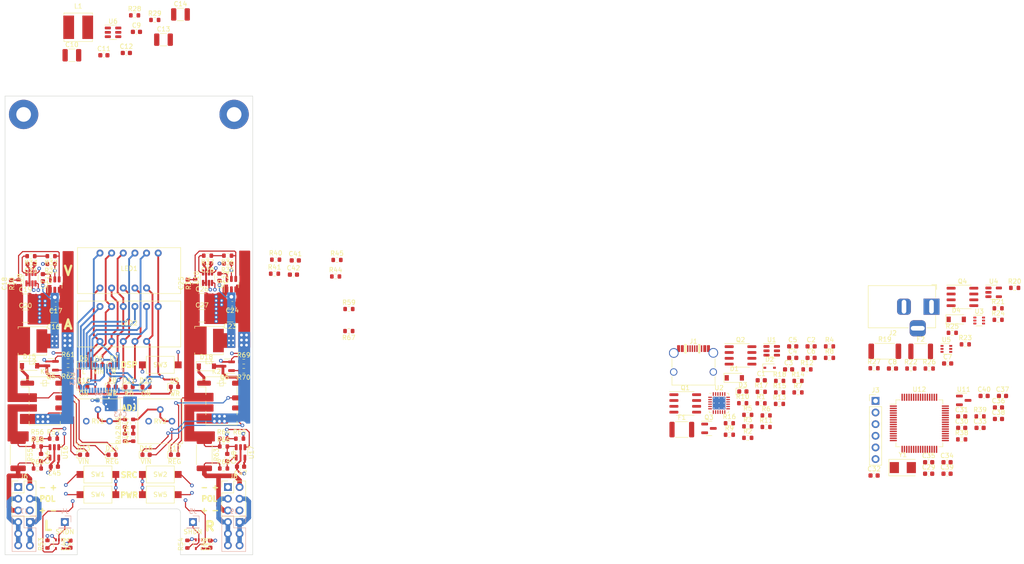
<source format=kicad_pcb>
(kicad_pcb (version 20211014) (generator pcbnew)
  (layers (0 "F.Cu" signal) (1 "In1.Cu" signal) (2 "In2.Cu" signal) (31 "B.Cu" signal) (34 "B.Paste" user) (35 "F.Paste" user) (36 "B.SilkS" user "B.Silkscreen") (37 "F.SilkS" user "F.Silkscreen") (38 "B.Mask" user) (39 "F.Mask" user) (44 "Edge.Cuts" user))
  (net 0 "")
  (net 1 "VBUS")
  (net 2 "GND")
  (net 3 "Net-(C2-Pad1)")
  (net 4 "+3.3VP")
  (net 5 "Net-(C6-Pad2)")
  (net 6 "+3.3V")
  (net 7 "Net-(C8-Pad1)")
  (net 8 "Net-(C8-Pad2)")
  (net 9 "Net-(C9-Pad1)")
  (net 10 "Net-(C9-Pad2)")
  (net 11 "Net-(C12-Pad2)")
  (net 12 "Net-(C15-Pad1)")
  (net 13 "Net-(C15-Pad2)")
  (net 14 "VDD")
  (net 15 "Net-(C18-Pad2)")
  (net 16 "Net-(C22-Pad1)")
  (net 17 "Net-(C22-Pad2)")
  (net 18 "VEE")
  (net 19 "Net-(C25-Pad2)")
  (net 20 "+3V3")
  (net 21 "/Microcontroller/NRST")
  (net 22 "+5VA")
  (net 23 "Net-(C39-Pad2)")
  (net 24 "Net-(C40-Pad2)")
  (net 25 "Net-(C41-Pad1)")
  (net 26 "Net-(C42-Pad1)")
  (net 27 "Net-(C46-Pad1)")
  (net 28 "Net-(C46-Pad2)")
  (net 29 "Net-(C48-Pad1)")
  (net 30 "Net-(C48-Pad2)")
  (net 31 "Net-(D2-Pad1)")
  (net 32 "Net-(D3-Pad1)")
  (net 33 "/Power Input/VIN")
  (net 34 "/User Interface/GR10")
  (net 35 "/User Interface/SEG1")
  (net 36 "/User Interface/SEG2")
  (net 37 "/User Interface/SEG3")
  (net 38 "/User Interface/SEG4")
  (net 39 "/User Interface/SEG5")
  (net 40 "/User Interface/SEG6")
  (net 41 "/User Interface/SEG7")
  (net 42 "/User Interface/SEG8")
  (net 43 "Net-(D15-Pad2)")
  (net 44 "Net-(D18-Pad2)")
  (net 45 "Net-(F1-Pad1)")
  (net 46 "Net-(F2-Pad1)")
  (net 47 "Net-(J1-PadA5)")
  (net 48 "/Microcontroller/D+")
  (net 49 "/Microcontroller/D-")
  (net 50 "Net-(J1-PadB5)")
  (net 52 "/Microcontroller/SWCLK")
  (net 53 "/Microcontroller/SWDIO")
  (net 54 "/Microcontroller/SWO")
  (net 55 "Net-(J4-Pad1)")
  (net 56 "Net-(J5-Pad1)")
  (net 57 "Net-(J6-Pad3)")
  (net 58 "Net-(J6-Pad4)")
  (net 59 "Net-(J8-Pad3)")
  (net 60 "Net-(J8-Pad4)")
  (net 61 "/User Interface/GR15")
  (net 62 "/User Interface/GR13")
  (net 63 "/User Interface/GR11")
  (net 64 "/User Interface/GR16")
  (net 65 "/User Interface/GR14")
  (net 66 "/User Interface/GR12")
  (net 67 "VCCQ")
  (net 68 "Net-(Q2-Pad1)")
  (net 69 "Net-(Q2-Pad2)")
  (net 70 "/Microcontroller/PD_FAULT")
  (net 71 "Net-(Q3-Pad3)")
  (net 72 "Net-(Q4-Pad1)")
  (net 73 "Net-(Q4-Pad2)")
  (net 74 "Net-(Q4-Pad4)")
  (net 75 "Net-(Q5-Pad1)")
  (net 76 "Net-(Q6-Pad1)")
  (net 77 "Net-(R1-Pad2)")
  (net 78 "Net-(R2-Pad2)")
  (net 79 "Net-(R5-Pad1)")
  (net 80 "Net-(R6-Pad1)")
  (net 81 "Net-(R7-Pad2)")
  (net 82 "Net-(R13-Pad1)")
  (net 83 "Net-(R10-Pad2)")
  (net 84 "Net-(R11-Pad2)")
  (net 85 "Net-(R12-Pad2)")
  (net 86 "/Microcontroller/VSENSE_VIN")
  (net 87 "Net-(R24-Pad1)")
  (net 88 "Net-(R26-Pad1)")
  (net 89 "/Buck Converter/BUCK_EN_LEFT")
  (net 90 "Net-(R32-Pad2)")
  (net 91 "Net-(R33-Pad2)")
  (net 92 "/Buck Converter/BUCK_EN_RIGHT")
  (net 93 "Net-(R36-Pad2)")
  (net 94 "Net-(R37-Pad2)")
  (net 95 "Net-(R39-Pad1)")
  (net 96 "Net-(R42-Pad2)")
  (net 97 "Net-(R43-Pad2)")
  (net 98 "/Microcontroller/SPI2_MOSI")
  (net 99 "/Microcontroller/SPI2_SCK")
  (net 100 "/Microcontroller/POT_LEFT")
  (net 101 "/Microcontroller/POT_RIGHT")
  (net 102 "/Microcontroller/BTN_SEL_LEFT")
  (net 103 "/Microcontroller/BTN_SEL_RIGHT")
  (net 104 "/Microcontroller/BTN_ON_LEFT")
  (net 105 "/Microcontroller/BTN_ON_RIGHT")
  (net 106 "/Microcontroller/VSENSE_LEFT")
  (net 107 "/Microcontroller/RELAY_LEFT")
  (net 108 "/Microcontroller/VSENSE_RIGHT")
  (net 109 "/Microcontroller/RELAY_RIGHT")
  (net 121 "/Microcontroller/ISENSE_VIN")
  (net 125 "/Buck Converter/~{DP_CS_LEFT}")
  (net 126 "/Buck Converter/DP_DIN")
  (net 127 "/Buck Converter/DP_SCLK")
  (net 128 "/Buck Converter/~{DP_CS_RIGHT}")
  (net 129 "/Microcontroller/ISENSE_RIGHT")
  (net 130 "/Microcontroller/ISENSE_LEFT")
  (net 131 "/Microcontroller/~{SHDN_LEFT}")
  (net 132 "/Microcontroller/SPI1_MISO")
  (net 133 "/Microcontroller/~{SHDN_RIGHT}")
  (net 138 "/Microcontroller/SPI2_MISO")
  (net 160 "VCC")
  (net 163 "/Output Stage/LOUT")
  (net 164 "/Output Stage/ROUT")
  (net 165 "/User Interface/BTN_SEL_MEAS")
  (net 166 "/Microcontroller/BTN_SEL_MEAS")
  (net 167 "Net-(D16-Pad1)")
  (net 168 "Net-(D13-Pad1)")
  (net 169 "Net-(D14-Pad1)")
  (net 170 "Net-(D17-Pad1)")
  (net 171 "Net-(K1-Pad3)")
  (net 172 "Net-(K1-Pad6)")
  (net 173 "Net-(K2-Pad3)")
  (net 174 "Net-(K2-Pad6)")
  (footprint "Resistor_SMD:R_0603_1608Metric" (layer "F.Cu") (at 240.76 99.4)
    (fp_text reference "R26")
    (fp_text value "100K")
  )
  (footprint "Resistor_SMD:R_0603_1608Metric" (layer "F.Cu") (at 111.63 75.73)
    (fp_text reference "R45")
    (fp_text value "220R")
  )
  (footprint "Button_Switch_SMD:SW_SPST_CK_RS282G05A3" (layer "F.Cu") (at 73.1 126.9)
    (fp_text reference "SW5")
    (fp_text value "Button")
  )
  (footprint "Capacitor_SMD:C_0603_1608Metric" (layer "F.Cu") (at 90.6 120.8 180)
    (fp_text reference "C47")
    (fp_text value "100nF")
  )
  (footprint "Capacitor_SMD:C_0603_1608Metric" (layer "F.Cu") (at 50 120.8 180)
    (fp_text reference "C45")
    (fp_text value "100nF")
  )
  (footprint "Resistor_SMD:R_0603_1608Metric" (layer "F.Cu") (at 208.14 104.61)
    (fp_text reference "R15")
    (fp_text value "1K")
  )
  (footprint "Resistor_SMD:R_0603_1608Metric" (layer "F.Cu") (at 44.9 74.9 180)
    (fp_text reference "R33")
    (fp_text value "680R")
  )
  (footprint "Package_TO_SOT_SMD:SOT-23-5" (layer "F.Cu") (at 254.8 82.79)
    (fp_text reference "U4")
    (fp_text value "INA180A4")
  )
  (footprint "Capacitor_SMD:C_0603_1608Metric" (layer "F.Cu") (at 247.83 112.34)
    (fp_text reference "C30")
    (fp_text value "100nF")
  )
  (footprint "Capacitor_SMD:C_0603_1608Metric" (layer "F.Cu") (at 87.7 118.8 -90)
    (fp_text reference "C48")
    (fp_text value "TBD")
  )
  (footprint "Connector_BarrelJack:BarrelJack_Horizontal" (layer "F.Cu") (at 241.25 85.925)
    (fp_text reference "J2")
    (fp_text value "Barrel_Jack_Switch")
  )
  (footprint "Package_TO_SOT_SMD:SOT-363_SC-70-6" (layer "F.Cu") (at 251.65 88.94)
    (fp_text reference "U3")
    (fp_text value "DZDH0401DW")
  )
  (footprint "Resistor_SMD:R_0603_1608Metric" (layer "F.Cu") (at 214.1 99.59)
    (fp_text reference "R12")
    (fp_text value "5K1")
  )
  (footprint "Resistor_SMD:R_0603_1608Metric" (layer "F.Cu") (at 201.19 114.52)
    (fp_text reference "R2")
    (fp_text value "22R")
  )
  (footprint "Package_TO_SOT_SMD:SOT-23" (layer "F.Cu") (at 248.27 106.35)
    (fp_text reference "U11")
    (fp_text value "SL6206-33NR")
  )
  (footprint "Capacitor_SMD:C_0603_1608Metric" (layer "F.Cu") (at 232.74 99.4)
    (fp_text reference "C8")
    (fp_text value "TBD")
  )
  (footprint "Diode_SMD:D_SOD-323" (layer "F.Cu") (at 205.96 99.24)
    (fp_text reference "D2")
    (fp_text value "ZMM12V")
  )
  (footprint "Capacitor_SMD:C_0603_1608Metric" (layer "F.Cu") (at 210.99 94.57)
    (fp_text reference "C5")
    (fp_text value "100nF")
  )
  (footprint "LED_SMD:LED_0603_1608Metric" (layer "F.Cu") (at 70 118.2)
    (fp_text reference "D16")
    (fp_text value "Red")
  )
  (footprint "Resistor_SMD:R_0603_1608Metric" (layer "F.Cu") (at 90.4 114.7)
    (fp_text reference "R65")
    (fp_text value "5K1")
  )
  (footprint "Resistor_SMD:R_0603_1608Metric" (layer "F.Cu") (at 111.33 79.33)
    (fp_text reference "R44")
    (fp_text value "220R")
  )
  (footprint "Package_SO:SOIC-8_3.9x4.9mm_P1.27mm" (layer "F.Cu") (at 248 83.79)
    (fp_text reference "Q4")
    (fp_text value "AO4805")
  )
  (footprint "Capacitor_SMD:C_1210_3225Metric" (layer "F.Cu") (at 82.2 87.9)
    (fp_text reference "C27")
    (fp_text value "22uF")
  )
  (footprint "Resistor_SMD:R_0603_1608Metric" (layer "F.Cu") (at 67.5 22.4)
    (fp_text reference "R28")
    (fp_text value "100K")
  )
  (footprint "Resistor_SMD:R_0603_1608Metric" (layer "F.Cu") (at 86.9 121.2)
    (fp_text reference "R68")
    (fp_text value "0R")
  )
  (footprint "Package_TO_SOT_SMD:SOT-23" (layer "F.Cu") (at 192.73 112.46)
    (fp_text reference "Q3")
    (fp_text value "DMG2302U")
  )
  (footprint "Resistor_SMD:R_0603_1608Metric" (layer "F.Cu") (at 46.3 121.2)
    (fp_text reference "R60")
    (fp_text value "0R")
  )
  (footprint "Package_SO:SOIC-8_3.9x4.9mm_P1.27mm" (layer "F.Cu") (at 187.56 107.01)
    (fp_text reference "Q1")
    (fp_text value "AO4805")
  )
  (footprint "Resistor_SMD:R_0603_1608Metric" (layer "F.Cu") (at 46.3 114.7)
    (fp_text reference "R56")
    (fp_text value "100K")
  )
  (footprint "Capacitor_SMD:C_1210_3225Metric" (layer "F.Cu") (at 82.2 84.4)
    (fp_text reference "C26")
    (fp_text value "22uF")
  )
  (footprint "Capacitor_SMD:C_0603_1608Metric" (layer "F.Cu") (at 84 137.7 90)
    (fp_text reference "C50")
    (fp_text value "100nF")
  )
  (footprint "Resistor_SMD:R_0603_1608Metric" (layer "F.Cu") (at 53 99.7 180)
    (fp_text reference "R62")
    (fp_text value "10K")
  )
  (footprint "Capacitor_SMD:C_0603_1608Metric" (layer "F.Cu") (at 67.9 26)
    (fp_text reference "C9")
    (fp_text value "100nF")
  )
  (footprint "Capacitor_SMD:C_0603_1608Metric" (layer "F.Cu") (at 256.73 105.38)
    (fp_text reference "C37")
    (fp_text value "1uF")
  )
  (footprint "Potentiometer_THT:Potentiometer_Bourns_3386P_Vertical" (layer "F.Cu") (at 62.04 110.885 90)
    (fp_text reference "RV1")
    (fp_text value "10K")
  )
  (footprint "Package_TO_SOT_SMD:SOT-353_SC-70-5" (layer "F.Cu") (at 81.5 137.7 -90)
    (fp_text reference "U15")
    (fp_text value "74LVC1G14")
  )
  (footprint "LED_SMD:LED_0603_1608Metric" (layer "F.Cu") (at 59.7 98.6)
    (fp_text reference "D6")
    (fp_text value "Red")
  )
  (footprint "Capacitor_SMD:C_0603_1608Metric" (layer "F.Cu") (at 47.5 79.6 -90)
    (fp_text reference "C15")
    (fp_text value "100nF")
  )
  (footprint "Diode_SMD:D_SOD-123" (layer "F.Cu") (at 83.15625 98.9)
    (fp_text reference "D18")
    (fp_text value "1N4007")
  )
  (footprint "Button_Switch_SMD:SW_SPST_CK_RS282G05A3" (layer "F.Cu") (at 59.5 122.5 180)
    (fp_text reference "SW1")
    (fp_text value "Button")
  )
  (footprint "Resistor_SMD:R_0603_1608Metric" (layer "F.Cu") (at 248.62 94.13)
    (fp_text reference "R23")
    (fp_text value "0R")
  )
  (footprint "Package_DFN_QFN:QFN-24-1EP_4x4mm_P0.5mm_EP2.7x2.7mm_ThermalVias" (layer "F.Cu") (at 194.93 106.93)
    (fp_text reference "U2")
    (fp_text value "CYPD3177-24LQXQ")
  )
  (footprint "Capacitor_SMD:C_0603_1608Metric" (layer "F.Cu") (at 255.85 107.89)
    (fp_text reference "C36")
    (fp_text value "100nF")
  )
  (footprint "Resistor_SMD:R_0603_1608Metric" (layer "F.Cu") (at 53 97.8)
    (fp_text reference "R61")
    (fp_text value "680R")
  )
  (footprint "Capacitor_SMD:C_1210_3225Metric" (layer "F.Cu") (at 43.7 88)
    (fp_text reference "C20")
    (fp_text value "22uF")
  )
  (footprint "Resistor_SMD:R_0603_1608Metric" (layer "F.Cu") (at 49.8 114.7)
    (fp_text reference "R57")
    (fp_text value "5K1")
  )
  (footprint "Resistor_SMD:R_0603_1608Metric" (layer "F.Cu") (at 219.01 94.57)
    (fp_text reference "R4")
    (fp_text value "49K9")
  )
  (footprint "Package_TO_SOT_SMD:SOT-23-6" (layer "F.Cu") (at 50.1 81.1 90)
    (fp_text reference "U7")
    (fp_text value "TPS54202DDC")
  )
  (footprint "Button_Switch_SMD:SW_SPST_CK_RS282G05A3" (layer "F.Cu") (at 59.5 126.9 180)
    (fp_text reference "SW4")
    (fp_text value "Button")
  )
  (footprint "Capacitor_SMD:C_1210_3225Metric" (layer "F.Cu") (at 53.825 31.1)
    (fp_text reference "C10")
    (fp_text value "22uF")
  )
  (footprint "Capacitor_SMD:C_1210_3225Metric" (layer "F.Cu") (at 49.8 88 180)
    (fp_text reference "C16")
    (fp_text value "22uF")
  )
  (footprint "Capacitor_SMD:C_0603_1608Metric" (layer "F.Cu") (at 44.9 76.6 180)
    (fp_text reference "C21")
    (fp_text value "100nF")
  )
  (footprint "Resistor_SMD:R_2512_6332Metric" (layer "F.Cu") (at 231.07 95.64)
    (fp_text reference "R19")
    (fp_text value "1m5R")
  )
  (footprint "Resistor_SMD:R_0603_1608Metric" (layer "F.Cu") (at 201.19 112.01)
    (fp_text reference "R3")
    (fp_text value "10K")
  )
  (footprint "Resistor_SMD:R_0603_1608Metric" (layer "F.Cu") (at 65.4 114.425 90)
    (fp_text reference "R42")
    (fp_text value "10K")
  )
  (footprint "Capacitor_SMD:C_0603_1608Metric" (layer "F.Cu") (at 86 79.5 -90)
    (fp_text reference "C22")
    (fp_text value "100nF")
  )
  (footprint "Resistor_SMD:R_0603_1608Metric" (layer "F.Cu") (at 228.73 99.34)
    (fp_text reference "R27")
    (fp_text value "1M")
  )
  (footprint "Resistor_SMD:R_0603_1608Metric" (layer "F.Cu") (at 245.78 91.62)
    (fp_text reference "R25")
    (fp_text value "1M")
  )
  (footprint "Capacitor_SMD:C_1210_3225Metric" (layer "F.Cu") (at 88.3 87.9 180)
    (fp_text reference "C23")
    (fp_text value "22uF")
  )
  (footprint "Resistor_SMD:R_0603_1608Metric" (layer "F.Cu") (at 259.38 81.82)
    (fp_text reference "R20")
    (fp_text value "100K")
  )
  (footprint "Capacitor_SMD:C_0603_1608Metric" (layer "F.Cu") (at 251.84 112.34)
    (fp_text reference "C33")
    (fp_text value "100nF")
  )
  (footprint "Resistor_SMD:R_0603_1608Metric" (layer "F.Cu") (at 67.2 111.325 90)
    (fp_text reference "R47")
    (fp_text value "6K8")
  )
  (footprint "breadboard_supply:HFD4" (layer "F.Cu") (at 86.44 107)
    (fp_text reference "K2")
    (fp_text value "HFD4-3")
  )
  (footprint "breadboard_supply:HFD4" (layer "F.Cu") (at 47.9 107)
    (fp_text reference "K1")
    (fp_text value "HFD4-3")
  )
  (footprint "Capacitor_SMD:C_0603_1608Metric" (layer "F.Cu") (at 210.09 99.59)
    (fp_text reference "C3")
    (fp_text value "1uF")
  )
  (footprint "Fuse:Fuse_1812_4532Metric" (layer "F.Cu") (at 238.89 95.67)
    (fp_text reference "F2")
    (fp_text value "JK-MSMD200-24V")
  )
  (footprint "Capacitor_SMD:C_0603_1608Metric" (layer "F.Cu") (at 60.8 31.1)
    (fp_text reference "C11")
    (fp_text value "100nF")
  )
  (footprint "breadboard_supply:SP420281N" (layer "F.Cu") (at 59.95 93.5)
    (fp_text reference "LED2")
    (fp_text value "SP420281N")
  )
  (footprint "LED_SMD:LED_0603_1608Metric" (layer "F.Cu") (at 66.3 103.4)
    (fp_text reference "D11")
    (fp_text value "Green")
  )
  (footprint "Fuse:Fuse_1812_4532Metric" (layer "F.Cu") (at 186.81 112.71)
    (fp_text reference "F1")
    (fp_text value "JK-MSMD200-24V")
  )
  (footprint "Package_TO_SOT_SMD:SOT-23-5" (layer "F.Cu") (at 90.6 117.7 -90)
    (fp_text reference "U17")
    (fp_text value "INA180A4")
  )
  (footprint "Capacitor_SMD:C_0603_1608Metric" (layer "F.Cu") (at 88.8 85.3 180)
    (fp_text reference "C24")
    (fp_text value "100nF")
  )
  (footprint "Capacitor_SMD:C_0603_1608Metric" (layer "F.Cu") (at 215 97.08)
    (fp_text reference "C6")
    (fp_text value "1uF")
  )
  (footprint "Capacitor_SMD:C_0603_1608Metric" (layer "F.Cu") (at 102.53 75.83)
    (fp_text reference "C41")
    (fp_text value "100pF")
  )
  (footprint "Resistor_SMD:R_0603_1608Metric" (layer "F.Cu") (at 87.8 76.5 180)
    (fp_text reference "R35")
    (fp_text value "100K")
  )
  (footprint "Resistor_SMD:R_0603_1608Metric" (layer "F.Cu") (at 80.7 80.8 90)
    (fp_text reference "R34")
    (fp_text value "100K")
  )
  (footprint "Package_TO_SOT_SMD:SOT-23-6" (layer "F.Cu") (at 206.41 95.54)
    (fp_text reference "U1")
    (fp_text value "USBLC6-2SC6")
  )
  (footprint "LED_SMD:LED_0603_1608Metric" (layer "F.Cu") (at 62.6 103.4)
    (fp_text reference "D8")
    (fp_text value "Red")
  )
  (footprint "MountingHole:MountingHole_3.2mm_M3_Pad" (layer "F.Cu") (at 43.3 44)
    (fp_text reference "H1" hide)
    (fp_text value "MountingHole")
  )
  (footprint "Capacitor_SMD:C_0603_1608Metric" (layer "F.Cu") (at 244.64 119.83)
    (fp_text reference "C34")
    (fp_text value "100nF")
  )
  (footprint "Resistor_SMD:R_0603_1608Metric" (layer "F.Cu") (at 255.78 88.78)
    (fp_text reference "R24")
    (fp_text value "100K")
  )
  (footprint "Resistor_SMD:R_0603_1608Metric" (layer "F.Cu") (at 87.8 74.8 180)
    (fp_text reference "R36")
    (fp_text value "3K3")
  )
  (footprint "Capacitor_SMD:C_0603_1608Metric" (layer "F.Cu") (at 247.83 109.83)
    (fp_text reference "C31")
    (fp_text value "100nF")
  )
  (footprint "Capacitor_SMD:C_1210_3225Metric" (layer "F.Cu") (at 77.5 22.2)
    (fp_text reference "C14")
    (fp_text value "22uF")
  )
  (footprint "Crystal:Crystal_SMD_5032-2Pin_5.0x3.2mm" (layer "F.Cu") (at 235 121)
    (fp_text reference "Y1")
    (fp_text value "8MHz")
  )
  (footprint "Resistor_SMD:R_0603_1608Metric" (layer "F.Cu") (at 247.83 114.85)
    (fp_text reference "R38")
    (fp_text value "100K")
  )
  (footprint "Capacitor_SMD:C_0603_1608Metric" (layer "F.Cu") (at 102.13 78.93)
    (fp_text reference "C42")
    (fp_text value "100pF")
  )
  (footprint "Package_SO:SOIC-8_3.9x4.9mm_P1.27mm" (layer "F.Cu") (at 199.61 96.54)
    (fp_text reference "Q2")
    (fp_text value "AO4805")
  )
  (footprint "Resistor_SMD:R_0603_1608Metric" (layer "F.Cu") (at 208.1 107.12)
    (fp_text reference "R13")
    (fp_text value "0R")
  )
  (footprint "Resistor_SMD:R_0603_1608Metric" (layer "F.Cu") (at 212.15 104.61)
    (fp_text reference "R7")
    (fp_text value "4K7")
  )
  (footprint "LED_SMD:LED_0603_1608Metric" (layer "F.Cu") (at 70 103.4)
    (fp_text reference "D12")
    (fp_text value "Green")
  )
  (footprint "Resistor_SMD:R_0603_1608Metric" (layer "F.Cu") (at 91.3 97.9)
    (fp_text reference "R69")
    (fp_text value "680R")
  )
  (footprint "Capacitor_SMD:C_0603_1608Metric" (layer "F.Cu") (at 215 94.57)
    (fp_text reference "C2")
    (fp_text value "1uF")
  )
  (footprint "Inductor_SMD:L_Bourns_SRN6045TA" (layer "F.Cu") (at 45.2 93.4 180)
    (fp_text reference "L2")
    (fp_text value "22uH 3A")
  )
  (footprint "Resistor_SMD:R_0603_1608Metric" (layer "F.Cu") (at 205.2 112.14)
    (fp_text reference "R11")
    (fp_text value "5K1")
  )
  (footprint "Resistor_SMD:R_0603_1608Metric" (layer "F.Cu") (at 251.84 109.83)
    (fp_text reference "R39")
    (fp_text value "100K")
  )
  (footprint "LED_SMD:LED_0603_1608Metric" (layer "F.Cu") (at 200.12 104.41)
    (fp_text reference "D3")
    (fp_text value "Red")
  )
  (footprint "Diode_SMD:D_SOD-123" (layer "F.Cu") (at 44.6 98.8)
    (fp_text reference "D15")
    (fp_text value "1N4007")
  )
  (footprint "Capacitor_SMD:C_0603_1608Metric" (layer "F.Cu") (at 252.72 105.38)
    (fp_text reference "C40")
    (fp_text value "20pF")
  )
  (footprint "Capacitor_SMD:C_1210_3225Metric" (layer "F.Cu") (at 73.8 27.7)
    (fp_text reference "C13")
    (fp_text value "22uF")
  )
  (footprint "Capacitor_SMD:C_0603_1608Metric" (layer "F.Cu") (at 83.4 76.5 180)
    (fp_text reference "C28")
    (fp_text value "100nF")
  )
  (footprint "Package_QFP:LQFP-64_10x10mm_P0.5mm" (layer "F.Cu") (at 238.6 111.35)
    (fp_text reference "U12")
    (fp_text value "STM32F070RBT6")
  )
  (footprint "Diode_SMD:D_SOD-123" (layer "F.Cu") (at 198.26 101.44)
    (fp_text reference "D1")
    (fp_text value "SMF28CA")
  )
  (footprint "Resistor_SMD:R_0603_1608Metric" (layer "F.Cu") (at 42.2 80.9 90)
    (fp_text reference "R30")
    (fp_text value "100K")
  )
  (footprint "Resistor_SMD:R_0603_1608Metric" (layer "F.Cu") (at 212.15 102.1)
    (fp_text reference "R14")
    (fp_text value "DNP")
  )
  (footprint "Capacitor_SMD:C_0603_1608Metric" (layer "F.Cu") (at 40.575 80.9 90)
    (fp_text reference "C18")
    (fp_text value "56pF")
  )
  (footprint "Capacitor_SMD:C_0603_1608Metric" (layer "F.Cu") (at 47.1 118.8 -90)
    (fp_text reference "C46")
    (fp_text value "TBD")
  )
  (footprint "Resistor_SMD:R_0603_1608Metric" (layer "F.Cu") (at 83.4 74.8 180)
    (fp_text reference "R37")
    (fp_text value "680R")
  )
  (footprint "Capacitor_SMD:C_0603_1608Metric" (layer "F.Cu") (at 204.13 101.97)
    (fp_text reference "C1")
    (fp_text value "22uF")
  )
  (footprint "Capacitor_SMD:C_0603_1608Metric" (layer "F.Cu") (at 65.7 30.6)
    (fp_text reference "C12")
    (fp_text value "56pF")
  )
  (footprint "Resistor_SMD:R_0603_1608Metric" (layer "F.Cu") (at 255.78 86.27)
    (fp_text reference "R21")
    (fp_text value "5K1")
  )
  (footprint "Capacitor_SMD:C_0603_1608Metric" (layer "F.Cu") (at 240.63 122.34)
    (fp_text reference "C29")
    (fp_text value "100nF")
  )
  (footprint "breadboard_supply:SP420281N" (layer "F.Cu") (at 59.95 81.85)
    (fp_text reference "LED1")
    (fp_text value "SP420281N")
  )
  (footprint "Capacitor_SMD:C_0603_1608Metric" (layer "F.Cu") (at 53.5 137.7 90)
    (fp_text reference "C49")
    (fp_text value "100nF")
  )
  (footprint "Resistor_SMD:R_0603_1608Metric" (layer "F.Cu") (at 208.14 102.1)
    (fp_text reference "R18")
    (fp_text value "2K4")
  )
  (footprint "Button_Switch_SMD:SW_SPST_CK_RS282G05A3" (layer "F.Cu") (at 73.1 122.5)
    (fp_text reference "SW2")
    (fp_text value "Button")
  )
  (footprint "Package_TO_SOT_SMD:SOT-363_SC-70-6" (layer "F.Cu") (at 244.49 95.12)
    (fp_text reference "U5")
    (fp_text value "DZDH0401DW")
  )
  (footprint "MountingHole:MountingHole_3.2mm_M3_Pad" (layer "F.Cu") (at 89.2 44)
    (fp_text reference "H2" hide)
    (fp_text value "MountingHole")
  )
  (footprint "Package_TO_SOT_SMD:SOT-23" (layer "F.Cu") (at 87.7 98.9 180)
    (fp_text reference "Q6")
    (fp_text value "DMG2302U")
  )
  (footprint "Resistor_SMD:R_0603_1608Metric" (layer "F.Cu") (at 49.3 76.6 180)
    (fp_text reference "R31")
    (fp_text value "100K")
  )
  (footprint "Capacitor_SMD:C_0603_1608Metric" (layer "F.Cu") (at 50.3 85.4 180)
    (fp_text reference "C17")
    (fp_text value "100nF")
  )
  (footprint "Capacitor_SMD:C_0603_1608Metric" (layer "F.Cu") (at 255.85 110.4)
    (fp_text reference "C38")
    (fp_text value "1uF")
  )
  (footprint "Capacitor_SMD:C_0603_1608Metric" (layer "F.Cu") (at 244.77 98.3)
    (fp_text reference "C7")
    (fp_text value "100nF")
  )
  (footprint "LED_SMD:LED_0603_1608Metric" (layer "F.Cu") (at 56.4 98.6)
    (fp_text reference "D5")
    (fp_text value "Red")
  )
  (footprint "Package_TO_SOT_SMD:SOT-23-6" (layer "F.Cu") (at 62.8 26.1)
    (fp_text reference "U6")
    (fp_text value "TPS54202DDC")
  )
  (footprint "Inductor_SMD:L_Bourns_SRN6045TA" (layer "F.Cu") (at 83.7 93.3 180)
    (fp_text reference "L3")
    (fp_text value "22uH 3A")
  )
  (footprint "Resistor_SMD:R_2512_6332Metric" (layer "F.Cu") (at 82.7 118.2 -90)
    (fp_text reference "R63")
    (fp_text value "1m5R")
  )
  (footprint "Package_TO_SOT_SMD:SOT-353_SC-70-5" (layer "F.Cu") (at 51 137.7 -90)
    (fp_text reference "U14")
    (fp_text value "74LVC1G14")
  )
  (footprint "Capacitor_SMD:C_0603_1608Metric" (layer "F.Cu") (at 244.64 122.34)
    (fp_text reference "C39")
    (fp_text value "20pF")
  )
  (footprint "Resistor_SMD:R_0603_1608Metric" (layer "F.Cu") (at 197.18 111.33)
    (fp_text reference "R16")
    (fp_text value "2K4")
  )
  (footprint "Package_TO_SOT_SMD:SOT-23-6" (layer "F.Cu") (at 88.6 81 90)
    (fp_text reference "U9")
    (fp_text value "TPS54202DDC")
  )
  (footprint "LED_SMD:LED_0603_1608Metric" (layer "F.Cu") (at 56.4 118.2)
    (fp_text reference "D13")
    (fp_text value "Red")
  )
  (footprint "Package_TO_SOT_SMD:SOT-23" (layer "F.Cu") (at 49.3 98.8 180)
    (fp_text reference "Q5")
    (fp_text value "DMG2302U")
  )
  (footprint "Resistor_SMD:R_0603_1608Metric" (layer "F.Cu") (at 71.9 23.4)
    (fp_text reference "R29")
    (fp_text value "22K")
  )
  (footprint "breadboard_supply:USB_C_Receptacle_HRO_TYPE-C-31-M-12_NO_SBU_CircularHoles" (layer "F.Cu") (at 189.36 99.11)
    (fp_text reference "J1")
    (fp_text value "USB_C_Receptacle_USB2.0")
  )
  (footprint "Resistor_SMD:R_0603_1608Metric" (layer "F.Cu") (at 79 137.7 90)
    (fp_text reference "R54")
    (fp_text value "10K")
  )
  (footprint "Capacitor_SMD:C_0603_1608Metric" (layer "F.Cu") (at 79.075 80.8 90)
    (fp_text reference "C25")
    (fp_text value "56pF")
  )
  (footprint "Resistor_SMD:R_0603_1608Metric" (layer "F.Cu") (at 49.3 74.9 180)
    (fp_text reference "R32")
    (fp_text value "3K3")
  )
  (footprint "Diode_SMD:D_SOD-123" (layer "F.Cu") (at 246.65 88.69)
    (fp_text reference "D4")
    (fp_text value "SMF28CA")
  )
  (footprint "Package_TO_SOT_SMD:SOT-23-8" (layer "F.Cu") (at 83.4 79.6 90)
    (fp_text reference "U10")
    (fp_text value "MAX5400")
  )
  (footprint "Inductor_SMD:L_Bourns_SRN6045TA" (layer "F.Cu") (at 55.2 25)
    (fp_text reference "L1")
    (fp_text value "22uH 3A")
  )
  (footprint "Resistor_SMD:R_0603_1608Metric" (layer "F.Cu") (at 65.4 111.325 90)
    (fp_text reference "R46")
    (fp_text value "6K8")
  )
  (footprint "Resistor_SMD:R_0603_1608Metric" (layer "F.Cu") (at 201.19 109.5)
    (fp_text reference "R5")
    (fp_text value "1K")
  )
  (footprint "Capacitor_SMD:C_0603_1608Metric" (layer "F.Cu") (at 240.63 119.83)
    (fp_text reference "C35")
    (fp_text value "100nF")
  )
  (footprint "Resistor_SMD:R_0603_1608Metric" (layer "F.Cu") (at 204.09 106.99)
    (fp_text reference "R1")
    (fp_text value "22R")
  )
  (footprint "Potentiometer_THT:Potentiometer_Bourns_3386P_Vertical" (layer "F.Cu") (at 75.64 110.885 90)
    (fp_text reference "RV2")
    (fp_text value "10K")
  )
  (footprint "LED_SMD:LED_0603_1608Metric" (layer "F.Cu") (at 62.6 118.2)
    (fp_text reference "D14")
    (fp_text value "Red")
  )
  (footprint "Resistor_SMD:R_0603_1608Metric" (layer "F.Cu") (at 46.3 116.4)
    (fp_text reference "R58")
    (fp_text value "0R")
  )
  (footprint "Resistor_SMD:R_0603_1608Metric" (layer "F.Cu") (at 236.75 99.4)
    (fp_text reference "R22")
    (fp_text value "0R")
  )
  (footprint "Resistor_SMD:R_0603_1608Metric" (layer "F.Cu") (at 200.08 106.96)
    (fp_text reference "R10")
    (fp_text value "0R")
  )
  (footprint "Capacitor_SMD:C_0603_1608Metric" (layer "F.Cu") (at 210.99 97.08)
    (fp_text reference "C4")
    (fp_text value "100nF")
  )
  (footprint "Resistor_SMD:R_0603_1608Metric" (layer "F.Cu") (at 98.255 75.67)
    (fp_text reference "R40")
    (fp_text value "10K")
  )
  (footprint "Resistor_SMD:R_0603_1608Metric" (layer "F.Cu") (at 98.005 78.73)
    (fp_text reference "R41")
    (fp_text value "10K")
  )
  (footprint "Resistor_SMD:R_0603_1608Metric" (layer "F.Cu") (at 114.205 91.23 180)
    (fp_text reference "R67")
    (fp_text value "2K4")
  )
  (footprint "Package_TO_SOT_SMD:SOT-23-5" (layer "F.Cu") (at 50 117.7 -90)
    (fp_text reference "U16")
    (fp_text value "INA180A4")
  )
  (footprint "Resistor_SMD:R_0603_1608Metric" (layer "F.Cu") (at 48.5 137.7 90)
    (fp_text reference "R53")
    (fp_text value "10K")
  )
  (footprint "Resistor_SMD:R_0603_1608Metric" (layer "F.Cu") (at 91.3 99.9 180)
    (fp_text reference "R70")
    (fp_text value "10K")
  )
  (footprint "Resistor_SMD:R_0603_1608Metric" (layer "F.Cu") (at 197.18 113.84)
    (fp_text reference "R9")
    (fp_text value "DNP")
  )
  (footprint "Capacitor_SMD:C_0603_1608Metric" (layer "F.Cu") (at 228.73 122.73)
    (fp_text reference "C32")
    (fp_text value "100nF")
  )
  (footprint "Resistor_SMD:R_0603_1608Metric" (layer "F.Cu") (at 205.2 109.63)
    (fp_text reference "R6")
    (fp_text value "1K")
  )
  (footprint "Package_TO_SOT_SMD:SOT-23-8" (layer "F.Cu") (at 44.9 79.7 90)
    (fp_text reference "U8")
    (fp_text value "MAX5400")
  )
  (footprint "LED_SMD:LED_0603_1608Metric" (layer "F.Cu") (at 56.4 103.4)
    (fp_text reference "D10")
    (fp_text value "Green")
  )
  (footprint "LED_SMD:LED_0603_1608Metric" (layer "F.Cu") (at 76.2 103.4)
    (fp_text reference "D9")
    (fp_text value "Red")
  )
  (footprint "LED_SMD:LED_0603_1608Metric" (layer "F.Cu") (at 63 98.6)
    (fp_text reference "D7")
    (fp_text value "Red")
  )
  (footprint "Connector_PinHeader_2.54mm:PinHeader_2x03_P2.54mm_Vertical" (layer "F.Cu") (at 87.845 125.255)
    (fp_text reference "J8")
    (fp_text value "RAIL_POL")
  )
  (footprint "Connector_PinHeader_2.54mm:PinHeader_2x03_P2.54mm_Vertical" (layer "F.Cu") (at 42.125 125.255)
    (fp_text reference "J6")
    (fp_text value "RAIL_POL")
  )
  (footprint "Capacitor_SMD:C_1210_3225Metric" (layer "F.Cu") (at 43.7 84.5)
    (fp_text reference "C19")
    (fp_text value "22uF")
  )
  (footprint "Resistor_SMD:R_0603_1608Metric" (layer "F.Cu") (at 204.13 104.48)
    (fp_text reference "R17")
    (fp_text value "10K")
  )
  (footprint "Resistor_SMD:R_2512_6332Metric" (layer "F.Cu") (at 42.1 118.2 -90)
    (fp_text reference "R55")
    (fp_text value "1m5R")
  )
  (footprint "Button_Switch_SMD:SW_SPST_CK_RS282G05A3" (layer "F.Cu") (at 73.1 98.6)
    (fp_text reference "SW3")
    (fp_text value "Button")
  )
  (footprint "Resistor_SMD:R_0603_1608Metric" (layer "F.Cu") (at 219.01 97.08)
    (fp_text reference "R8")
    (fp_text value "49K9")
  )
  (footprint "Resistor_SMD:R_0603_1608Metric" (layer "F.Cu") (at 67.2 114.425 90)
    (fp_text reference "R43")
    (fp_text value "10K")
  )
  (footprint "Resistor_SMD:R_0603_1608Metric" (layer "F.Cu") (at 86.9 116.4)
    (fp_text reference "R66")
    (fp_text value "0R")
  )
  (footprint "Resistor_SMD:R_0603_1608Metric" (layer "F.Cu") (at 114.23 86.43)
    (fp_text reference "R59")
    (fp_text value "2K4")
  )
  (footprint "Connector_PinHeader_2.54mm:PinHeader_1x06_P2.54mm_Vertical" (layer "F.Cu") (at 229.05 106.45)
    (fp_text reference "J3")
    (fp_text value "ST-Link")
  )
  (footprint "Resistor_SMD:R_0603_1608Metric" (layer "F.Cu") (at 86.9 114.7)
    (fp_text reference "R64")
    (fp_text value "100K")
  )
  (footprint "LED_SMD:LED_0603_1608Metric" (layer "F.Cu") (at 76.2 118.2)
    (fp_text reference "D17")
    (fp_text value "Red")
  )
  (footprint "Connector_PinHeader_2.54mm:PinHeader_1x01_P2.54mm_Vertical" (layer "B.Cu") (at 80.225 132.875 180)
    (fp_text reference "J5")
    (fp_text value "SHDN")
  )
  (footprint "Connector_PinHeader_2.54mm:PinHeader_1x01_P2.54mm_Vertical" (layer "B.Cu") (at 52.285 132.875 180)
    (fp_text reference "J4")
    (fp_text value "SHDN")
  )
  (footprint "Connector_PinHeader_2.54mm:PinHeader_2x03_P2.54mm_Vertical" (layer "B.Cu") (at 44.665 132.875 180)
    (fp_text reference "J7")
    (fp_text value "OUTPUT")
  )
  (footprint "Capacitor_SMD:C_0603_1608Metric" (layer "B.Cu") (at 60.2 106.3 180)
    (fp_text reference "C44")
    (fp_text value "100nF")
  )
  (footprint "Package_SO:SSOP-28_3.9x9.9mm_P0.635mm" (layer "B.Cu") (at 59.9 101.6 -90)
    (fp_text reference "U13")
    (fp_text value "GN1640T")
  )
  (footprint "Capacitor_SMD:C_1210_3225Metric" (layer "B.Cu") (at 64.4 107.1)
    (fp_text reference "C43")
    (fp_text value "22uF")
  )
  (footprint "Connector_PinHeader_2.54mm:PinHeader_2x03_P2.54mm_Vertical" (layer "B.Cu") (at 90.385 132.875 180)
    (fp_text reference "J9")
    (fp_text value "OUTPUT")
  )
  (gr_line (start 77.5 130.8) (end 77.5 140) (layer "Edge.Cuts") (width 0.1))
  (gr_arc (start 76.7 130) (mid 77.265685 130.234315) (end 77.5 130.8) (layer "Edge.Cuts") (width 0.1))
  (gr_line (start 55 140) (end 55 130.8) (layer "Edge.Cuts") (width 0.1))
  (gr_line (start 93.25 140) (end 93.25 40) (layer "Edge.Cuts") (width 0.1))
  (gr_line (start 39.25 140) (end 39.25 40) (layer "Edge.Cuts") (width 0.1))
  (gr_arc (start 55 130.8) (mid 55.234315 130.234315) (end 55.8 130) (layer "Edge.Cuts") (width 0.1))
  (gr_line (start 55.8 130) (end 76.7 130) (layer "Edge.Cuts") (width 0.1))
  (gr_line (start 39.25 140) (end 55 140) (layer "Edge.Cuts") (width 0.1))
  (gr_line (start 77.5 140) (end 93.25 140) (layer "Edge.Cuts") (width 0.1))
  (gr_line (start 39.25 40) (end 93.25 40) (layer "Edge.Cuts") (width 0.1))
  (gr_text "VIN" (at 56.4 119.7) (layer "F.SilkS") (effects (font (size 1 1))))
  (gr_text "REG" (at 76.2 119.7) (layer "F.SilkS") (effects (font (size 1 1))))
  (gr_text "ON" (at 70 104.9) (layer "F.SilkS") (effects (font (size 1 1))))
  (gr_text "- +" (at 48.6 125.3) (layer "F.SilkS") (effects (font (size 1.2 1.2) (thickness 0.3))))
  (gr_text "A" (at 53 89.8) (layer "F.SilkS") (effects (font (size 2 2) (thickness 0.5))))
  (gr_text "SRC" (at 66.3 122.6) (layer "F.SilkS") (effects (font (size 1.2 1.2) (thickness 0.3))))
  (gr_text "L" (at 48.6 133.7) (layer "F.SilkS") (effects (font (size 2 2) (thickness 0.5))))
  (gr_text "WR" (at 62.6 104.9) (layer "F.SilkS") (effects (font (size 1 1))))
  (gr_text "+ -" (at 48.6 130.3) (layer "F.SilkS") (effects (font (size 1.2 1.2) (thickness 0.3))))
  (gr_text "ON" (at 56.4 104.9) (layer "F.SilkS") (effects (font (size 1 1))))
  (gr_text "PWR" (at 66.3 127) (layer "F.SilkS") (effects (font (size 1.2 1.2) (thickness 0.3))))
  (gr_text "+ -" (at 83.9 130.3) (layer "F.SilkS") (effects (font (size 1.2 1.2) (thickness 0.3))))
  (gr_text "RD" (at 66.3 104.9) (layer "F.SilkS") (effects (font (size 1 1))))
  (gr_text "ADJ" (at 66.3 108) (layer "F.SilkS") (effects (font (size 1.2 1.2) (thickness 0.3))))
  (gr_text "V" (at 53 78.1) (layer "F.SilkS") (effects (font (size 2 2) (thickness 0.5))))
  (gr_text "L" (at 56.4 100.1) (layer "F.SilkS") (effects (font (size 1 1))))
  (gr_text "VIN" (at 70 119.7) (layer "F.SilkS") (effects (font (size 1 1))))
  (gr_text "REG" (at 62.6 119.7) (layer "F.SilkS") (effects (font (size 1 1))))
  (gr_text "WR" (at 76.3 104.9) (layer "F.SilkS") (effects (font (size 1 1))))
  (gr_text "VIN" (at 59.7 100.1) (layer "F.SilkS") (effects (font (size 1 1))))
  (gr_text "- +" (at 83.9 125.3) (layer "F.SilkS") (effects (font (size 1.2 1.2) (thickness 0.3))))
  (gr_text "SHDN" (at 52.3 135) (layer "F.SilkS") (effects (font (size 1 1))))
  (gr_text "SHDN" (at 80.2 135) (layer "F.SilkS") (effects (font (size 1 1))))
  (gr_text "DSP" (at 66.3 98.6) (layer "F.SilkS") (effects (font (size 1.2 1.2) (thickness 0.3))))
  (gr_text "R" (at 83.9 133.8) (layer "F.SilkS") (effects (font (size 2 2) (thickness 0.5))))
  (gr_text "POL" (at 83.8 127.8) (layer "F.SilkS") (effects (font (size 1.2 1.2) (thickness 0.3))))
  (gr_text "POL" (at 48.5 127.8) (layer "F.SilkS") (effects (font (size 1.2 1.2) (thickness 0.3))))
  (gr_text "R" (at 63 100.1) (layer "F.SilkS") (effects (font (size 1 1))))
  (segment (start 50 119.5) (end 49.225 120.275) (width 0.4) (layer "F.Cu") (net 2))
  (segment (start 63.4 124) (end 63.4 125.4) (width 0.4) (layer "F.Cu") (net 2))
  (segment (start 80.85 136.75) (end 80.7 136.6) (width 0.25) (layer "F.Cu") (net 2))
  (segment (start 82.625 77.025) (end 82.625 76.5) (width 0.4) (layer "F.Cu") (net 2))
  (segment (start 84.025 136.9) (end 84 136.925) (width 0.4) (layer "F.Cu") (net 2))
  (segment (start 44.575 78.5625) (end 44.575 80.8375) (width 0.4) (layer "F.Cu") (net 2))
  (segment (start 88.6375 97.3625) (end 88.6375 97.95) (width 0.25) (layer "F.Cu") (net 2))
  (segment (start 50.625 113.625) (end 50.6 113.6) (width 0.4) (layer "F.Cu") (net 2))
  (segment (start 49.225 121.525) (end 49.225 120.8) (width 0.4) (layer "F.Cu") (net 2))
  (segment (start 92.125 99.9) (end 91.3 99.075) (width 0.25) (layer "F.Cu") (net 2))
  (segment (start 48.15 97.85) (end 50.2375 97.85) (width 0.4) (layer "F.Cu") (net 2))
  (segment (start 53.825 99.7) (end 53.8 99.7) (width 0.25) (layer "F.Cu") (net 2))
  (segment (start 50.35 136.75) (end 49.5 135.9) (width 0.25) (layer "F.Cu") (net 2))
  (segment (start 48.475 76.6) (end 47.5 76.6) (width 0.4) (layer "F.Cu") (net 2))
  (segment (start 53.375 136.925) (end 52.7 137.6) (width 0.4) (layer "F.Cu") (net 2))
  (segment (start 53.8 99.7) (end 53 98.9) (width 0.25) (layer "F.Cu") (net 2))
  (segment (start 90.6 122.3) (end 91.4 122.3) (width 0.4) (layer "F.Cu") (net 2))
  (segment (start 50 116.5625) (end 50 119.5) (width 0.4) (layer "F.Cu") (net 2))
  (segment (start 83.075 77.475) (end 82.625 77.025) (width 0.4) (layer "F.Cu") (net 2))
  (segment (start 69.2 122.5) (end 69.2 124) (width 0.4) (layer "F.Cu") (net 2))
  (segment (start 50.2375 97.1625) (end 50.2375 97.85) (width 0.25) (layer "F.Cu") (net 2))
  (segment (start 49.225 120.275) (end 49.225 120.8) (width 0.4) (layer "F.Cu") (net 2))
  (segment (start 91.3 97.3) (end 90.8 96.8) (width 0.25) (layer "F.Cu") (net 2))
  (segment (start 91.225 113.625) (end 91.2 113.6) (width 0.4) (layer "F.Cu") (net 2))
  (segment (start 90.6 119.5) (end 89.825 120.275) (width 0.4) (layer "F.Cu") (net 2))
  (segment (start 48.65 122.1) (end 49.225 121.525) (width 0.4) (layer "F.Cu") (net 2))
  (segment (start 53 98.9) (end 53 97.1) (width 0.25) (layer "F.Cu") (net 2))
  (segment (start 79.725 136.875) (end 80 136.6) (width 0.25) (layer "F.Cu") (net 2))
  (segment (start 89.825 121.525) (end 90.6 122.3) (width 0.4) (layer "F.Cu") (net 2))
  (segment (start 48.5 136.875) (end 48.5 135.9) (width 0.25) (layer "F.Cu") (net 2))
  (segment (start 79 136.875) (end 79.725 136.875) (width 0.25) (layer "F.Cu") (net 2))
  (segment (start 89.825 120.8) (end 89.825 121.525) (width 0.4) (layer "F.Cu") (net 2))
  (segment (start 69.2 124) (end 69.2 125.4) (width 0.4) (layer "F.Cu") (net 2))
  (segment (start 83.075 80.7375) (end 82.425 80.7375) (width 0.4) (layer "F.Cu") (net 2))
  (segment (start 47.8 97.5) (end 48.15 97.85) (width 0.4) (layer "F.Cu") (net 2))
  (segment (start 86.975 76.5) (end 86 76.5) (width 0.4) (layer "F.Cu") (net 2))
  (segment (start 88.6375 97.95) (end 86.55 97.95) (width 0.4) (layer "F.Cu") (net 2))
  (segment (start 63.4 122.5) (end 63.4 124) (width 0.4) (layer "F.Cu") (net 2))
  (segment (start 50.625 114.7) (end 50.625 113.625) (width 0.4) (layer "F.Cu") (net 2))
  (segment (start 91.3 99.075) (end 91.3 97.3) (width 0.25) (layer "F.Cu") (net 2))
  (segment (start 86.55 97.95) (end 86.3 97.7) (width 0.4) (layer "F.Cu") (net 2))
  (segment (start 44.575 77.575) (end 44.125 77.125) (width 0.4) (layer "F.Cu") (net 2))
  (segment (start 44.575 80.8375) (end 43.925 80.8375) (width 0.4) (layer "F.Cu") (net 2))
  (segment (start 52.6 96.7) (end 50.7 96.7) (width 0.25) (layer "F.Cu") (net 2))
  (segment (start 85.1 136.9) (end 84.025 136.9) (width 0.4) (layer "F.Cu") (net 2))
  (segment (start 53.5 136.925) (end 53.375 136.925) (width 0.4) (layer "F.Cu") (net 2))
  (segment (start 91.225 114.7) (end 91.225 113.625) (width 0.4) (layer "F.Cu") (net 2))
  (segment (start 89.825 120.275) (end 89.825 120.8) (width 0.4) (layer "F.Cu") (net 2))
  (segment (start 50.7 96.7) (end 50.2375 97.1625) (width 0.25) (layer "F.Cu") (net 2))
  (segment (start 69.2 125.4) (end 69.2 126.9) (width 0.4) (layer "F.Cu") (net 2))
  (segment (start 69.2 98.6) (end 69.2 100.1) (width 0.4) (layer "F.Cu") (net 2))
  (segment (start 83.075 78.4625) (end 83.075 80.7375) (width 0.4) (layer "F.Cu") (net 2))
  (segment (start 48.6 122.1) (end 48.65 122.1) (width 0.4) (layer "F.Cu") (net 2))
  (segment (start 44.125 77.125) (end 44.125 76.6) (width 0.4) (layer "F.Cu") (net 2))
  (segment (start 90.8 96.8) (end 89.2 96.8) (width 0.25) (layer "F.Cu") (net 2))
  (segment (start 89.2 96.8) (end 88.6375 97.3625) (width 0.25) (layer "F.Cu") (net 2))
  (segment (start 44.575 78.5625) (end 44.575 77.575) (width 0.4) (layer "F.Cu") (net 2))
  (segment (start 53 97.1) (end 52.6 96.7) (width 0.25) (layer "F.Cu") (net 2))
  (segment (start 90.6 116.5625) (end 90.6 119.5) (width 0.4) (layer "F.Cu") (net 2))
  (segment (start 83.075 78.4625) (end 83.075 77.475) (width 0.4) (layer "F.Cu") (net 2))
  (segment (start 63.4 125.4) (end 63.4 126.9) (width 0.4) (layer "F.Cu") (net 2))
  (segment (start 80.7 136.6) (end 80 136.6) (width 0.25) (layer "F.Cu") (net 2))
  (via (at 48.6 122.1) (size 0.8) (drill 0.4) (layers "F.Cu" "B.Cu") (net 2))
  (via (at 48.5 135.9) (size 0.8) (drill 0.4) (layers "F.Cu" "B.Cu") (net 2))
  (via (at 46.775 84.7) (size 0.8) (drill 0.4) (layers "F.Cu" "B.Cu") (net 2))
  (via (at 69.2 100.1) (size 0.8) (drill 0.4) (layers "F.Cu" "B.Cu") (net 2))
  (via (at 86.475 84.6) (size 0.8) (drill 0.4) (layers "F.Cu" "B.Cu") (net 2))
  (via (at 63.4 124) (size 0.8) (drill 0.4) (layers "F.Cu" "B.Cu") (net 2))
  (via (at 58.3 106.3) (size 0.8) (drill 0.4) (layers "F.Cu" "B.Cu") (net 2))
  (via (at 85.1 136.9) (size 0.8) (drill 0.4) (layers "F.Cu" "B.Cu") (net 2))
  (via (at 46.775 89.2) (size 0.8) (drill 0.4) (layers "F.Cu" "B.Cu") (net 2))
  (via (at 47.975 85.6) (size 0.8) (drill 0.4) (layers "F.Cu" "B.Cu") (net 2))
  (via (at 47.5 76.6) (size 0.8) (drill 0.4) (layers "F.Cu" "B.Cu") (net 2))
  (via (at 46.775 88.3) (size 0.8) (drill 0.4) (layers "F.Cu" "B.Cu") (net 2))
  (via (at 67.4 107.1) (size 0.8) (drill 0.4) (layers "F.Cu" "B.Cu") (net 2))
  (via (at 91.2 113.6) (size 0.8) (drill 0.4) (layers "F.Cu" "B.Cu") (net 2))
  (via (at 47.975 84.7) (size 0.8) (drill 0.4) (layers "F.Cu" "B.Cu") (net 2))
  (via (at 91.4 122.3) (size 0.8) (drill 0.4) (layers "F.Cu" "B.Cu") (net 2))
  (via (at 67.4 106.2) (size 0.8) (drill 0.4) (layers "F.Cu" "B.Cu") (net 2))
  (via (at 86 76.5) (size 0.8) (drill 0.4) (layers "F.Cu" "B.Cu") (net 2))
  (via (at 85.275 84.6) (size 0.8) (drill 0.4) (layers "F.Cu" "B.Cu") (net 2))
  (via (at 50.6 113.6) (size 0.8) (drill 0.4) (layers "F.Cu" "B.Cu") (net 2))
  (via (at 52.7 137.6) (size 0.8) (drill 0.4) (layers "F.Cu" "B.Cu") (net 2))
  (via (at 46.775 87.4) (size 0.8) (drill 0.4) (layers "F.Cu" "B.Cu") (net 2))
  (via (at 85.275 85.5) (size 0.8) (drill 0.4) (layers "F.Cu" "B.Cu") (net 2))
  (via (at 86.475 85.5) (size 0.8) (drill 0.4) (layers "F.Cu" "B.Cu") (net 2))
  (via (at 49.5 135.9) (size 0.8) (drill 0.4) (layers "F.Cu" "B.Cu") (net 2))
  (via (at 63.4 125.4) (size 0.8) (drill 0.4) (layers "F.Cu" "B.Cu") (net 2))
  (via (at 69.2 124) (size 0.8) (drill 0.4) (layers "F.Cu" "B.Cu") (net 2))
  (via (at 85.275 88.2) (size 0.8) (drill 0.4) (layers "F.Cu" "B.Cu") (net 2))
  (via (at 59.4 97.5) (size 0.8) (drill 0.4) (layers "F.Cu" "B.Cu") (net 2))
  (via (at 86.3 97.7) (size 0.8) (drill 0.4) (layers "F.Cu" "B.Cu") (net 2))
  (via (at 46.775 86.5) (size 0.8) (drill 0.4) (layers "F.Cu" "B.Cu") (net 2))
  (via (at 47.8 97.5) (size 0.8) (drill 0.4) (layers "F.Cu" "B.Cu") (net 2))
  (via (at 85.275 89.1) (size 0.8) (drill 0.4) (layers "F.Cu" "B.Cu") (net 2))
  (via (at 67.4 108) (size 0.8) (drill 0.4) (layers "F.Cu" "B.Cu") (net 2))
  (via (at 85.275 86.4) (size 0.8) (drill 0.4) (layers "F.Cu" "B.Cu") (net 2))
  (via (at 80 136.6) (size 0.8) (drill 0.4) (layers "F.Cu" "B.Cu") (net 2))
  (via (at 46.775 83.8) (size 0.8) (drill 0.4) (layers "F.Cu" "B.Cu") (net 2))
  (via (at 69.2 125.4) (size 0.8) (drill 0.4) (layers "F.Cu" "B.Cu") (net 2))
  (via (at 46.775 85.6) (size 0.8) (drill 0.4) (layers "F.Cu" "B.Cu") (net 2))
  (via (at 85.275 83.7) (size 0.8) (drill 0.4) (layers "F.Cu" "B.Cu") (net 2))
  (via (at 85.275 87.3) (size 0.8) (drill 0.4) (layers "F.Cu" "B.Cu") (net 2))
  (segment (start 59.4 97.5) (end 58.9475 97.9525) (width 0.4) (layer "B.Cu") (net 2))
  (segment (start 59.425 106.3) (end 58.3 106.3) (width 0.4) (layer "B.Cu") (net 2))
  (segment (start 58.9475 97.9525) (end 58.9475 99) (width 0.4) (layer "B.Cu") (net 2))
  (segment (start 82.6 102.57) (end 82.63 102.6) (width 0.6) (layer "F.Cu") (net 6))
  (segment (start 50.95 119.75) (end 50.775 119.925) (width 0.4) (layer "F.Cu") (net 6))
  (segment (start 91.375 119.925) (end 91.375 120.8) (width 0.4) (layer "F.Cu") (net 6))
  (segment (start 81.50625 98.9) (end 81.50625 100.20625) (width 0.6) (layer "F.Cu") (net 6))
  (segment (start 42.95 99.85) (end 44.15 101.05) (width 0.6) (layer "F.Cu") (net 6))
  (segment (start 51.65 138.65) (end 53.325 138.65) (width 0.4) (layer "F.Cu") (net 6))
  (segment (start 91.55 118.8375) (end 91.55 119.75) (width 0.4) (layer "F.Cu") (net 6))
  (segment (start 83.825 138.65) (end 84 138.475) (width 0.4) (layer "F.Cu") (net 6))
  (segment (start 82.15 138.65) (end 83.825 138.65) (width 0.4) (layer "F.Cu") (net 6))
  (segment (start 82.6 101.3) (end 82.6 102.57) (width 0.6) (layer "F.Cu") (net 6))
  (segment (start 65.4 115.25) (end 67.2 115.25) (width 0.4) (layer "F.Cu") (net 6))
  (segment (start 84.175 77.05) (end 84.175 76.5) (width 0.4) (layer "F.Cu") (net 6))
  (segment (start 50.95 118.8375) (end 50.95 119.75) (width 0.4) (layer "F.Cu") (net 6))
  (segment (start 45.225 78.5625) (end 45.225 77.6) (width 0.4) (layer "F.Cu") (net 6))
  (segment (start 50.775 119.925) (end 50.775 120.8) (width 0.4) (layer "F.Cu") (net 6))
  (segment (start 81.50625 100.20625) (end 82.6 101.3) (width 0.6) (layer "F.Cu") (net 6))
  (segment (start 83.725 78.4625) (end 83.725 77.5) (width 0.4) (layer "F.Cu") (net 6))
  (segment (start 83.725 77.5) (end 84.175 77.05) (width 0.4) (layer "F.Cu") (net 6))
  (segment (start 53.325 138.65) (end 53.5 138.475) (width 0.4) (layer "F.Cu") (net 6))
  (segment (start 45.225 77.6) (end 45.675 77.15) (width 0.4) (layer "F.Cu") (net 6))
  (segment (start 44.15 102.54) (end 44.09 102.6) (width 0.6) (layer "F.Cu") (net 6))
  (segment (start 42.95 98.8) (end 42.95 99.85) (width 0.6) (layer "F.Cu") (net 6))
  (segment (start 44.15 101.05) (end 44.15 102.54) (width 0.6) (layer "F.Cu") (net 6))
  (segment (start 45.675 77.15) (end 45.675 76.6) (width 0.4) (layer "F.Cu") (net 6))
  (segment (start 91.55 119.75) (end 91.375 119.925) (width 0.4) (layer "F.Cu") (net 6))
  (via (at 61.6 108.2) (size 0.8) (drill 0.4) (layers "F.Cu" "B.Cu") (net 6))
  (via (at 61.3 107.2) (size 0.8) (drill 0.4) (layers "F.Cu" "B.Cu") (net 6))
  (via (at 61.9 105.8) (size 0.8) (drill 0.4) (layers "F.Cu" "B.Cu") (net 6))
  (segment (start 62.3 107.1) (end 62.925 107.1) (width 0.4) (layer "B.Cu") (net 6))
  (segment (start 62.7575 106.9325) (end 62.925 107.1) (width 0.4) (layer "B.Cu") (net 6))
  (segment (start 61.5 106.3) (end 62.3 107.1) (width 0.4) (layer "B.Cu") (net 6))
  (segment (start 62.7575 104.2) (end 62.7575 106.9325) (width 0.4) (layer "B.Cu") (net 6))
  (segment (start 60.975 106.3) (end 61.5 106.3) (width 0.4) (layer "B.Cu") (net 6))
  (segment (start 49.15 79.05) (end 49.15 79.9625) (width 0.25) (layer "F.Cu") (net 12))
  (segment (start 48.925 78.825) (end 49.15 79.05) (width 0.25) (layer "F.Cu") (net 12))
  (segment (start 47.5 78.825) (end 48.925 78.825) (width 0.25) (layer "F.Cu") (net 12))
  (segment (start 50.1 83.8625) (end 50.1 82.2375) (width 0.6) (layer "F.Cu") (net 13))
  (segment (start 47.5 80.375) (end 47.5 81.3) (width 0.25) (layer "F.Cu") (net 13))
  (via (at 50.1 83.8625) (size 1.2) (drill 0.8) (layers "F.Cu" "B.Cu") (net 13))
  (via (at 49.575 94.4) (size 0.8) (drill 0.4) (layers "F.Cu" "B.Cu") (net 13))
  (via (at 50.475 93.4) (size 0.8) (drill 0.4) (layers "F.Cu" "B.Cu") (net 13))
  (via (at 47.5 81.3) (size 0.8) (drill 0.4) (layers "F.Cu" "B.Cu") (net 13))
  (via (at 49.575 92.4) (size 0.8) (drill 0.4) (layers "F.Cu" "B.Cu") (net 13))
  (via (at 50.475 92.4) (size 0.8) (drill 0.4) (layers "F.Cu" "B.Cu") (net 13))
  (via (at 50.475 94.4) (size 0.8) (drill 0.4) (layers "F.Cu" "B.Cu") (net 13))
  (via (at 49.575 93.4) (size 0.8) (drill 0.4) (layers "F.Cu" "B.Cu") (net 13))
  (segment (start 48.7625 83.8625) (end 50.1 83.8625) (width 0.25) (layer "B.Cu") (net 13))
  (segment (start 47.5 81.3) (end 47.5 82.6) (width 0.25) (layer "B.Cu") (net 13))
  (segment (start 47.5 82.6) (end 48.7625 83.8625) (width 0.25) (layer "B.Cu") (net 13))
  (segment (start 55.4 114.8) (end 56.1 115.5) (width 0.25) (layer "F.Cu") (net 14))
  (segment (start 44.09 105.8) (end 48.75 105.8) (width 0.25) (layer "F.Cu") (net 14))
  (segment (start 53.7 104.7) (end 55.4 106.4) (width 0.25) (layer "F.Cu") (net 14))
  (segment (start 55.4 106.4) (end 55.4 114.8) (width 0.25) (layer "F.Cu") (net 14))
  (segment (start 61.5 115.5) (end 63.3875 117.3875) (width 0.25) (layer "F.Cu") (net 14))
  (segment (start 56.1 115.5) (end 61.5 115.5) (width 0.25) (layer "F.Cu") (net 14))
  (segment (start 49.85 104.7) (end 53.7 104.7) (width 0.25) (layer "F.Cu") (net 14))
  (segment (start 63.3875 117.3875) (end 63.3875 118.2) (width 0.25) (layer "F.Cu") (net 14))
  (segment (start 48.75 105.8) (end 49.85 104.7) (width 0.25) (layer "F.Cu") (net 14))
  (segment (start 40.575 80.125) (end 42.15 80.125) (width 0.25) (layer "F.Cu") (net 15))
  (segment (start 43.1 73.9) (end 50.8 73.9) (width 0.25) (layer "F.Cu") (net 15))
  (segment (start 51.05 74.9) (end 50.125 74.9) (width 0.25) (layer "F.Cu") (net 15))
  (segment (start 42.15 80.125) (end 42.2 80.075) (width 0.25) (layer "F.Cu") (net 15))
  (segment (start 42.2 80.075) (end 42.2 74.8) (width 0.25) (layer "F.Cu") (net 15))
  (segment (start 51.05 74.15) (end 51.05 79.925) (width 0.25) (layer "F.Cu") (net 15))
  (segment (start 42.2 74.8) (end 43.1 73.9) (width 0.25) (layer "F.Cu") (net 15))
  (segment (start 50.8 73.9) (end 51.05 74.15) (width 0.25) (layer "F.Cu") (net 15))
  (segment (start 86 78.725) (end 87.425 78.725) (width 0.25) (layer "F.Cu") (net 16))
  (segment (start 87.425 78.725) (end 87.65 78.95) (width 0.25) (layer "F.Cu") (net 16))
  (segment (start 87.65 78.95) (end 87.65 79.8625) (width 0.25) (layer "F.Cu") (net 16))
  (segment (start 86 80.275) (end 86 81.2) (width 0.25) (layer "F.Cu") (net 17))
  (segment (start 88.6 83.7625) (end 88.6 82.1375) (width 0.6) (layer "F.Cu") (net 17))
  (via (at 88.075 94.3) (size 0.8) (drill 0.4) (layers "F.Cu" "B.Cu") (net 17))
  (via (at 88.075 92.3) (size 0.8) (drill 0.4) (layers "F.Cu" "B.Cu") (net 17))
  (via (at 88.975 94.3) (size 0.8) (drill 0.4) (layers "F.Cu" "B.Cu") (net 17))
  (via (at 88.975 92.3) (size 0.8) (drill 0.4) (layers "F.Cu" "B.Cu") (net 17))
  (via (at 88.075 93.3) (size 0.8) (drill 0.4) (layers "F.Cu" "B.Cu") (net 17))
  (via (at 88.6 83.7625) (size 1.2) (drill 0.8) (layers "F.Cu" "B.Cu") (net 17))
  (via (at 88.975 93.3) (size 0.8) (drill 0.4) (layers "F.Cu" "B.Cu") (net 17))
  (via (at 86 81.2) (size 0.8) (drill 0.4) (layers "F.Cu" "B.Cu") (net 17))
  (segment (start 86 82.5) (end 87.2625 83.7625) (width 0.25) (layer "B.Cu") (net 17))
  (segment (start 86 81.2) (end 86 82.5) (width 0.25) (layer "B.Cu") (net 17))
  (segment (start 87.2625 83.7625) (end 88.6 83.7625) (width 0.25) (layer "B.Cu") (net 17))
  (segment (start 76.9875 118.2) (end 76.9875 115.8125) (width 0.25) (layer "F.Cu") (net 18))
  (segment (start 77.7 115.1) (end 77.7 106.1) (width 0.25) (layer "F.Cu") (net 18))
  (segment (start 78 105.8) (end 82.63 105.8) (width 0.25) (layer "F.Cu") (net 18))
  (segment (start 77.7 106.1) (end 78 105.8) (width 0.25) (layer "F.Cu") (net 18))
  (segment (start 76.9875 115.8125) (end 77.7 115.1) (width 0.25) (layer "F.Cu") (net 18))
  (segment (start 81.6 73.8) (end 89.3 73.8) (width 0.25) (layer "F.Cu") (net 19))
  (segment (start 89.55 74.8) (end 88.625 74.8) (width 0.25) (layer "F.Cu") (net 19))
  (segment (start 79.075 80.025) (end 80.65 80.025) (width 0.25) (layer "F.Cu") (net 19))
  (segment (start 89.55 74.05) (end 89.55 79.825) (width 0.25) (layer "F.Cu") (net 19))
  (segment (start 80.7 74.7) (end 81.6 73.8) (width 0.25) (layer "F.Cu") (net 19))
  (segment (start 80.7 79.975) (end 80.7 74.7) (width 0.25) (layer "F.Cu") (net 19))
  (segment (start 89.3 73.8) (end 89.55 74.05) (width 0.25) (layer "F.Cu") (net 19))
  (segment (start 80.65 80.025) (end 80.7 79.975) (width 0.25) (layer "F.Cu") (net 19))
  (segment (start 48.875 116.3875) (end 49.05 116.5625) (width 0.25) (layer "F.Cu") (net 27))
  (segment (start 47.1 116.3875) (end 48.875 116.3875) (width 0.25) (layer "F.Cu") (net 27))
  (segment (start 47.1 118.025) (end 47.1 116.3875) (width 0.25) (layer "F.Cu") (net 27))
  (segment (start 48.4625 118.8375) (end 49.05 118.8375) (width 0.25) (layer "F.Cu") (net 28))
  (segment (start 47.1 119.575) (end 47.1 121.175) (width 0.25) (layer "F.Cu") (net 28))
  (segment (start 47.7375 119.5625) (end 48.4625 118.8375) (width 0.25) (layer "F.Cu") (net 28))
  (segment (start 47.125 119.5625) (end 47.7375 119.5625) (width 0.25) (layer "F.Cu") (net 28))
  (segment (start 47.1 121.175) (end 47.125 121.2) (width 0.25) (layer "F.Cu") (net 28))
  (segment (start 87.7 116.3875) (end 89.475 116.3875) (width 0.25) (layer "F.Cu") (net 29))
  (segment (start 89.475 116.3875) (end 89.65 116.5625) (width 0.25) (layer "F.Cu") (net 29))
  (segment (start 87.7 118.025) (end 87.7 116.3875) (width 0.25) (layer "F.Cu") (net 29))
  (segment (start 89.0625 118.8375) (end 89.65 118.8375) (width 0.25) (layer "F.Cu") (net 30))
  (segment (start 87.7 119.575) (end 87.7 121.175) (width 0.25) (layer "F.Cu") (net 30))
  (segment (start 87.725 119.5625) (end 88.3375 119.5625) (width 0.25) (layer "F.Cu") (net 30))
  (segment (start 87.7 121.175) (end 87.725 121.2) (width 0.25) (layer "F.Cu") (net 30))
  (segment (start 88.3375 119.5625) (end 89.0625 118.8375) (width 0.25) (layer "F.Cu") (net 30))
  (segment (start 61.8125 103.4) (end 61.8125 104.8875) (width 0.4) (layer "F.Cu") (net 34))
  (segment (start 65.5125 104.8875) (end 65.5 104.9) (width 0.4) (layer "F.Cu") (net 34))
  (segment (start 58.9125 102.8125) (end 58.9125 98.6) (width 0.4) (layer "F.Cu") (net 34))
  (segment (start 75 104.9) (end 75.4125 104.4875) (width 0.4) (layer "F.Cu") (net 34))
  (segment (start 62.2125 102.0875) (end 62.2125 98.6) (width 0.4) (layer "F.Cu") (net 34))
  (segment (start 61.8125 103.4) (end 61.8125 102.4875) (width 0.4) (layer "F.Cu") (net 34))
  (segment (start 65.5 104.9) (end 69.2 104.9) (width 0.4) (layer "F.Cu") (net 34))
  (segment (start 61.8125 104.8875) (end 61.8 104.9) (width 0.4) (layer "F.Cu") (net 34))
  (segment (start 69.2125 104.8875) (end 69.2 104.9) (width 0.4) (layer "F.Cu") (net 34))
  (segment (start 58.9125 104.8875) (end 58.9 104.9) (width 0.4) (layer "F.Cu") (net 34))
  (segment (start 61.8 104.9) (end 65.5 104.9) (width 0.4) (layer "F.Cu") (net 34))
  (segment (start 55.6125 104.5125) (end 56 104.9) (width 0.4) (layer "F.Cu") (net 34))
  (segment (start 65.5125 103.4) (end 65.5125 104.8875) (width 0.4) (layer "F.Cu") (net 34))
  (segment (start 58.9 104.9) (end 61.8 104.9) (width 0.4) (layer "F.Cu") (net 34))
  (segment (start 75.4125 104.4875) (end 75.4125 103.4) (width 0.4) (layer "F.Cu") (net 34))
  (segment (start 61.8125 102.4875) (end 62.2125 102.0875) (width 0.4) (layer "F.Cu") (net 34))
  (segment (start 69.2125 103.4) (end 69.2125 104.8875) (width 0.4) (layer "F.Cu") (net 34))
  (segment (start 69.2 104.9) (end 75 104.9) (width 0.4) (layer "F.Cu") (net 34))
  (segment (start 56 104.9) (end 58.9 104.9) (width 0.4) (layer "F.Cu") (net 34))
  (segment (start 55.6125 98.6) (end 55.6125 103.4) (width 0.4) (layer "F.Cu") (net 34))
  (segment (start 58.9125 102.8125) (end 58.9125 104.8875) (width 0.4) (layer "F.Cu") (net 34))
  (segment (start 55.6125 103.4) (end 55.6125 104.5125) (width 0.4) (layer "F.Cu") (net 34))
  (via (at 58.9125 102.8125) (size 0.8) (drill 0.4) (layers "F.Cu" "B.Cu") (net 34))
  (segment (start 56.4075 104.2) (end 56.4075 103.2925) (width 0.4) (layer "B.Cu") (net 34))
  (segment (start 56.4075 103.2925) (end 56.8875 102.8125) (width 0.4) (layer "B.Cu") (net 34))
  (segment (start 56.8875 102.8125) (end 58.9125 102.8125) (width 0.4) (layer "B.Cu") (net 34))
  (segment (start 58.05 97.15) (end 58.05 101.55) (width 0.4) (layer "F.Cu") (net 35))
  (segment (start 62.49 85.88) (end 61.2 87.17) (width 0.4) (layer "F.Cu") (net 35))
  (segment (start 58.05 101.55) (end 57.6 102) (width 0.4) (layer "F.Cu") (net 35))
  (segment (start 61.2 84.59) (end 61.2 75.52) (width 0.4) (layer "F.Cu") (net 35))
  (segment (start 57.6 102) (end 57.1875 102.4125) (width 0.4) (layer "F.Cu") (net 35))
  (segment (start 62.49 85.88) (end 61.2 84.59) (width 0.4) (layer "F.Cu") (net 35))
  (segment (start 61.2 94) (end 58.05 97.15) (width 0.4) (layer "F.Cu") (net 35))
  (segment (start 61.2 75.52) (end 62.49 74.23) (width 0.4) (layer "F.Cu") (net 35))
  (segment (start 61.2 87.17) (end 61.2 94) (width 0.4) (layer "F.Cu") (net 35))
  (segment (start 57.1875 102.4125) (end 57.1875 103.4) (width 0.4) (layer "F.Cu") (net 35))
  (via (at 57.6 102) (size 0.8) (drill 0.4) (layers "F.Cu" "B.Cu") (net 35))
  (segment (start 57.6 102) (end 59.9 102) (width 0.4) (layer "B.Cu") (net 35))
  (segment (start 60.8525 101.0475) (end 60.8525 99) (width 0.4) (layer "B.Cu") (net 35))
  (segment (start 59.9 102) (end 60.8525 101.0475) (width 0.4) (layer "B.Cu") (net 35))
  (segment (start 76.2 101.8) (end 76.9875 102.5875) (width 0.4) (layer "F.Cu") (net 36))
  (segment (start 73.4 101.2) (end 74 101.8) (width 0.4) (layer "F.Cu") (net 36))
  (segment (start 74 101.8) (end 76.2 101.8) (width 0.4) (layer "F.Cu") (net 36))
  (segment (start 72.65 74.23) (end 72.65 85.88) (width 0.4) (layer "F.Cu") (net 36))
  (segment (start 72.65 100.45) (end 73.4 101.2) (width 0.4) (layer "F.Cu") (net 36))
  (segment (start 76.9875 102.5875) (end 76.9875 103.4) (width 0.4) (layer "F.Cu") (net 36))
  (segment (start 72.65 85.88) (end 72.65 100.45) (width 0.4) (layer "F.Cu") (net 36))
  (via (at 73.4 101.2) (size 0.8) (drill 0.4) (layers "F.Cu" "B.Cu") (net 36))
  (segment (start 70.4 101.2) (end 73.4 101.2) (width 0.4) (layer "B.Cu") (net 36))
  (segment (start 61.4875 100.2875) (end 62.3 101.1) (width 0.4) (layer "B.Cu") (net 36))
  (segment (start 62.3 101.1) (end 65.3 101.1) (width 0.4) (layer "B.Cu") (net 36))
  (segment (start 61.4875 99) (end 61.4875 100.2875) (width 0.4) (layer "B.Cu") (net 36))
  (segment (start 68.6 103) (end 70.4 101.2) (width 0.4) (layer "B.Cu") (net 36))
  (segment (start 67.2 103) (end 68.6 103) (width 0.4) (layer "B.Cu") (net 36))
  (segment (start 65.3 101.1) (end 67.2 103) (width 0.4) (layer "B.Cu") (net 36))
  (segment (start 67.57 93.5) (end 67.57 102.03) (width 0.4) (layer "F.Cu") (net 37))
  (segment (start 67.0875 102.5125) (end 67.0875 103.4) (width 0.4) (layer "F.Cu") (net 37))
  (segment (start 68.8 92.27) (end 68.8 83.08) (width 0.4) (layer "F.Cu") (net 37))
  (segment (start 68.8 83.08) (end 67.57 81.85) (width 0.4) (layer "F.Cu") (net 37))
  (segment (start 67.57 102.03) (end 67.0875 102.5125) (width 0.4) (layer "F.Cu") (net 37))
  (segment (start 67.57 93.5) (end 68.8 92.27) (width 0.4) (layer "F.Cu") (net 37))
  (via (at 67.57 102.03) (size 0.8) (drill 0.4) (layers "F.Cu" "B.Cu") (net 37))
  (segment (start 62.1225 99) (end 62.1225 99.9225) (width 0.4) (layer "B.Cu") (net 37))
  (segment (start 65.94 100.4) (end 67.57 102.03) (width 0.4) (layer "B.Cu") (net 37))
  (segment (start 62.1225 99.9225) (end 62.6 100.4) (width 0.4) (layer "B.Cu") (net 37))
  (segment (start 62.6 100.4) (end 65.94 100.4) (width 0.4) (layer "B.Cu") (net 37))
  (segment (start 62.49 83.59) (end 62.49 81.85) (width 0.4) (layer "F.Cu") (net 38))
  (segment (start 62.49 93.5) (end 62.49 92.11) (width 0.4) (layer "F.Cu") (net 38))
  (segment (start 62.49 94.51) (end 62.49 93.5) (width 0.4) (layer "F.Cu") (net 38))
  (segment (start 60.4875 96.5125) (end 62.49 94.51) (width 0.4) (layer "F.Cu") (net 38))
  (segment (start 63.8 90.8) (end 63.8 84.9) (width 0.4) (layer "F.Cu") (net 38))
  (segment (start 62.49 92.11) (end 63.8 90.8) (width 0.4) (layer "F.Cu") (net 38))
  (segment (start 60.4875 97.5125) (end 60.4875 96.5125) (width 0.4) (layer "F.Cu") (net 38))
  (segment (start 60.4875 98.6) (end 60.4875 97.5125) (width 0.4) (layer "F.Cu") (net 38))
  (segment (start 63.8 84.9) (end 62.49 83.59) (width 0.4) (layer "F.Cu") (net 38))
  (via (at 60.4875 97.5125) (size 0.8) (drill 0.4) (layers "F.Cu" "B.Cu") (net 38))
  (segment (start 62.7575 97.9575) (end 62.3125 97.5125) (width 0.4) (layer "B.Cu") (net 38))
  (segment (start 62.3125 97.5125) (end 60.4875 97.5125) (width 0.4) (layer "B.Cu") (net 38))
  (segment (start 62.7575 99) (end 62.7575 97.9575) (width 0.4) (layer "B.Cu") (net 38))
  (segment (start 58.6 92.15) (end 58.6 83.2) (width 0.4) (layer "F.Cu") (net 39))
  (segment (start 58.6 83.2) (end 59.95 81.85) (width 0.4) (layer "F.Cu") (net 39))
  (segment (start 57.1875 98.6) (end 57.1875 96.2625) (width 0.4) (layer "F.Cu") (net 39))
  (segment (start 59.95 93.5) (end 58.6 92.15) (width 0.4) (layer "F.Cu") (net 39))
  (segment (start 57.1875 96.2625) (end 59.95 93.5) (width 0.4) (layer "F.Cu") (net 39))
  (segment (start 59.95 93.85) (end 59.95 93.5) (width 0.4) (layer "B.Cu") (net 39))
  (segment (start 63.3925 99) (end 63.3925 97.2925) (width 0.4) (layer "B.Cu") (net 39))
  (segment (start 63.3925 97.2925) (end 59.95 93.85) (width 0.4) (layer "B.Cu") (net 39))
  (segment (start 63.8 82.8) (end 63.8 75.46) (width 0.4) (layer "F.Cu") (net 40))
  (segment (start 63.8 75.46) (end 65.03 74.23) (width 0.4) (layer "F.Cu") (net 40))
  (segment (start 65.03 91.07) (end 65.03 85.88) (width 0.4) (layer "F.Cu") (net 40))
  (segment (start 63.8 96.2) (end 63.7875 96.1875) (width 0.4) (layer "F.Cu") (net 40))
  (segment (start 63.7875 92.3125) (end 65.03 91.07) (width 0.4) (layer "F.Cu") (net 40))
  (segment (start 65.03 85.88) (end 65.03 84.03) (width 0.4) (layer "F.Cu") (net 40))
  (segment (start 63.7875 96.1875) (end 63.7875 92.3125) (width 0.4) (layer "F.Cu") (net 40))
  (segment (start 65.03 84.03) (end 63.8 82.8) (width 0.4) (layer "F.Cu") (net 40))
  (segment (start 63.7875 98.6) (end 63.7875 96.2125) (width 0.4) (layer "F.Cu") (net 40))
  (segment (start 63.7875 96.2125) (end 63.8 96.2) (width 0.4) (layer "F.Cu") (net 40))
  (via (at 63.8 96.2) (size 0.8) (drill 0.4) (layers "F.Cu" "B.Cu") (net 40))
  (segment (start 63.8 96.2) (end 64.0275 96.4275) (width 0.4) (layer "B.Cu") (net 40))
  (segment (start 64.0275 96.4275) (end 64.0275 99) (width 0.4) (layer "B.Cu") (net 40))
  (segment (start 70.11 93.5) (end 70.7875 94.1775) (width 0.4) (layer "F.Cu") (net 41))
  (segment (start 70.7875 94.1775) (end 70.7875 102.1125) (width 0.4) (layer "F.Cu") (net 41))
  (segment (start 71.4 83.14) (end 70.11 81.85) (width 0.4) (layer "F.Cu") (net 41))
  (segment (start 70.7875 102.1125) (end 70.7875 103.4) (width 0.4) (layer "F.Cu") (net 41))
  (segment (start 71.4 92.21) (end 71.4 83.14) (width 0.4) (layer "F.Cu") (net 41))
  (segment (start 70.11 93.5) (end 71.4 92.21) (width 0.4) (layer "F.Cu") (net 41))
  (via (at 70.7875 102.1125) (size 0.8) (drill 0.4) (layers "F.Cu" "B.Cu") (net 41))
  (segment (start 69.6 104.2) (end 70.7875 103.0125) (width 0.4) (layer "B.Cu") (net 41))
  (segment (start 64.0275 104.2) (end 69.6 104.2) (width 0.4) (layer "B.Cu") (net 41))
  (segment (start 70.7875 103.0125) (end 70.7875 102.1125) (width 0.4) (layer "B.Cu") (net 41))
  (segment (start 66.3 92.23) (end 66.3 83.12) (width 0.4) (layer "F.Cu") (net 42))
  (segment (start 65.03 93.5) (end 66.3 92.23) (width 0.4) (layer "F.Cu") (net 42))
  (segment (start 65.03 100.87) (end 63.3875 102.5125) (width 0.4) (layer "F.Cu") (net 42))
  (segment (start 66.3 83.12) (end 65.03 81.85) (width 0.4) (layer "F.Cu") (net 42))
  (segment (start 65.03 93.5) (end 65.03 100.87) (width 0.4) (layer "F.Cu") (net 42))
  (segment (start 63.3875 102.5125) (end 63.3875 103.4) (width 0.4) (layer "F.Cu") (net 42))
  (via (at 64 101.9) (size 0.8) (drill 0.4) (layers "F.Cu" "B.Cu") (net 42))
  (segment (start 63.3925 104.2) (end 63.3925 102.5075) (width 0.4) (layer "B.Cu") (net 42))
  (segment (start 63.3925 102.5075) (end 64 101.9) (width 0.4) (layer "B.Cu") (net 42))
  (segment (start 46.25 98.8) (end 48.3625 98.8) (width 0.6) (layer "F.Cu") (net 43))
  (segment (start 48.3625 100.3625) (end 49.1 101.1) (width 0.6) (layer "F.Cu") (net 43))
  (segment (start 51 101.1) (end 51.71 101.81) (width 0.6) (layer "F.Cu") (net 43))
  (segment (start 49.1 101.1) (end 51 101.1) (width 0.6) (layer "F.Cu") (net 43))
  (segment (start 48.3625 98.8) (end 48.3625 100.3625) (width 0.6) (layer "F.Cu") (net 43))
  (segment (start 51.71 101.81) (end 51.71 102.6) (width 0.6) (layer "F.Cu") (net 43))
  (segment (start 90.25 101.85) (end 90.25 102.6) (width 0.6) (layer "F.Cu") (net 44))
  (segment (start 86.7625 98.9) (end 84.80625 98.9) (width 0.6) (layer "F.Cu") (net 44))
  (segment (start 86.7625 98.9) (end 86.7625 100.4625) (width 0.6) (layer "F.Cu") (net 44))
  (segment (start 89.7 101.3) (end 90.25 101.85) (width 0.6) (layer "F.Cu") (net 44))
  (segment (start 87.6 101.3) (end 89.7 101.3) (width 0.6) (layer "F.Cu") (net 44))
  (segment (start 86.7625 100.4625) (end 87.6 101.3) (width 0.6) (layer "F.Cu") (net 44))
  (segment (start 51 136.75) (end 51 135.7) (width 0.25) (layer "F.Cu") (net 55))
  (segment (start 52.285 134.415) (end 52.285 132.875) (width 0.25) (layer "F.Cu") (net 55))
  (segment (start 51 135.7) (end 52.285 134.415) (width 0.25) (layer "F.Cu") (net 55))
  (segment (start 48.5 138.525) (end 49.325 137.7) (width 0.25) (layer "F.Cu") (net 55))
  (segment (start 50.8 137.7) (end 51 137.5) (width 0.25) (layer "F.Cu") (net 55))
  (segment (start 49.325 137.7) (end 50.8 137.7) (width 0.25) (layer "F.Cu") (net 55))
  (segment (start 51 137.5) (end 51 136.75) (width 0.25) (layer "F.Cu") (net 55))
  (segment (start 81.5 135.4) (end 80.225 134.125) (width 0.25) (layer "F.Cu") (net 56))
  (segment (start 81.1 137.7) (end 81.5 137.3) (width 0.25) (layer "F.Cu") (net 56))
  (segment (start 80.225 134.125) (end 80.225 132.875) (width 0.25) (layer "F.Cu") (net 56))
  (segment (start 81.5 136.75) (end 81.5 135.4) (width 0.25) (layer "F.Cu") (net 56))
  (segment (start 79.275 138.525) (end 80.1 137.7) (width 0.25) (layer "F.Cu") (net 56))
  (segment (start 80.1 137.7) (end 81.1 137.7) (width 0.25) (layer "F.Cu") (net 56))
  (segment (start 81.5 137.3) (end 81.5 136.75) (width 0.25) (layer "F.Cu") (net 56))
  (segment (start 79 138.525) (end 79.275 138.525) (width 0.25) (layer "F.Cu") (net 56))
  (segment (start 42.125 132.875) (end 42.125 135.415) (width 1) (layer "B.Cu") (net 57))
  (segment (start 40.1 131.9) (end 41.075 132.875) (width 1) (layer "B.Cu") (net 57))
  (segment (start 41.075 132.875) (end 42.125 132.875) (width 1) (layer "B.Cu") (net 57))
  (segment (start 40.705 127.795) (end 40.1 128.4) (width 1) (layer "B.Cu") (net 57))
  (segment (start 42.125 127.795) (end 40.705 127.795) (width 1) (layer "B.Cu") (net 57))
  (segment (start 42.125 135.415) (end 42.125 137.955) (width 1) (layer "B.Cu") (net 57))
  (segment (start 40.1 128.4) (end 40.1 131.9) (width 1) (layer "B.Cu") (net 57))
  (segment (start 44.665 132.875) (end 44.665 135.415) (width 1) (layer "B.Cu") (net 58))
  (segment (start 46.7 132) (end 45.825 132.875) (width 1) (layer "B.Cu") (net 58))
  (segment (start 45.825 132.875) (end 44.665 132.875) (width 1) (layer "B.Cu") (net 58))
  (segment (start 44.665 135.415) (end 44.665 137.955) (width 1) (layer "B.Cu") (net 58))
  (segment (start 46.7 128.4) (end 46.7 132) (width 1) (layer "B.Cu") (net 58))
  (segment (start 44.665 127.795) (end 46.095 127.795) (width 1) (layer "B.Cu") (net 58))
  (segment (start 46.095 127.795) (end 46.7 128.4) (width 1) (layer "B.Cu") (net 58))
  (segment (start 86.415 127.795) (end 85.81 128.4) (width 1) (layer "B.Cu") (net 59))
  (segment (start 85.81 132) (end 86.685 132.875) (width 1) (layer "B.Cu") (net 59))
  (segment (start 85.81 128.4) (end 85.81 132) (width 1) (layer "B.Cu") (net 59))
  (segment (start 87.845 127.795) (end 86.415 127.795) (width 1) (layer "B.Cu") (net 59))
  (segment (start 87.845 132.875) (end 87.845 135.415) (width 1) (layer "B.Cu") (net 59))
  (segment (start 86.685 132.875) (end 87.845 132.875) (width 1) (layer "B.Cu") (net 59))
  (segment (start 87.845 135.415) (end 87.845 137.955) (width 1) (layer "B.Cu") (net 59))
  (segment (start 92.41 131.9) (end 91.435 132.875) (width 1) (layer "B.Cu") (net 60))
  (segment (start 92.41 128.4) (end 92.41 131.9) (width 1) (layer "B.Cu") (net 60))
  (segment (start 91.435 132.875) (end 90.385 132.875) (width 1) (layer "B.Cu") (net 60))
  (segment (start 90.385 127.795) (end 91.805 127.795) (width 1) (layer "B.Cu") (net 60))
  (segment (start 90.385 135.415) (end 90.385 137.955) (width 1) (layer "B.Cu") (net 60))
  (segment (start 91.805 127.795) (end 92.41 128.4) (width 1) (layer "B.Cu") (net 60))
  (segment (start 90.385 132.875) (end 90.385 135.415) (width 1) (layer "B.Cu") (net 60))
  (segment (start 68.8 75.54) (end 70.11 74.23) (width 0.4) (layer "B.Cu") (net 61))
  (segment (start 68 91) (end 68.8 90.2) (width 0.4) (layer "B.Cu") (net 61))
  (segment (start 57.6775 92.4225) (end 59.1 91) (width 0.4) (layer "B.Cu") (net 61))
  (segment (start 57.6775 99) (end 57.6775 92.4225) (width 0.4) (layer "B.Cu") (net 61))
  (segment (start 68.8 90.2) (end 68.8 75.54) (width 0.4) (layer "B.Cu") (net 61))
  (segment (start 59.1 91) (end 68 91) (width 0.4) (layer "B.Cu") (net 61))
  (segment (start 66.3 75.5) (end 67.57 74.23) (width 0.4) (layer "B.Cu") (net 62))
  (segment (start 56.4075 90.9925) (end 58.2 89.2) (width 0.4) (layer "B.Cu") (net 62))
  (segment (start 56.4075 99) (end 56.4075 90.9925) (width 0.4) (layer "B.Cu") (net 62))
  (segment (start 65.5 89.2) (end 66.3 88.4) (width 0.4) (layer "B.Cu") (net 62))
  (segment (start 66.3 88.4) (end 66.3 75.5) (width 0.4) (layer "B.Cu") (net 62))
  (segment (start 58.2 89.2) (end 65.5 89.2) (width 0.4) (layer "B.Cu") (net 62))
  (segment (start 58.6 75.58) (end 59.95 74.23) (width 0.4) (layer "B.Cu") (net 63))
  (segment (start 55.7725 103.1725) (end 55.1 102.5) (width 0.4) (layer "B.Cu") (net 63))
  (segment (start 55.7725 104.2) (end 55.7725 103.1725) (width 0.4) (layer "B.Cu") (net 63))
  (segment (start 58.6 86) (end 58.6 75.58) (width 0.4) (layer "B.Cu") (net 63))
  (segment (start 55.1 102.5) (end 55.1 89.5) (width 0.4) (layer "B.Cu") (net 63))
  (segment (start 55.1 89.5) (end 58.6 86) (width 0.4) (layer "B.Cu") (net 63))
  (segment (start 59.4 91.9) (end 68.9 91.9) (width 0.4) (layer "B.Cu") (net 64))
  (segment (start 70.11 90.69) (end 70.11 85.88) (width 0.4) (layer "B.Cu") (net 64))
  (segment (start 58.3125 92.9875) (end 59.4 91.9) (width 0.4) (layer "B.Cu") (net 64))
  (segment (start 58.3125 99) (end 58.3125 92.9875) (width 0.4) (layer "B.Cu") (net 64))
  (segment (start 68.9 91.9) (end 70.11 90.69) (width 0.4) (layer "B.Cu") (net 64))
  (segment (start 66.5 90.1) (end 67.57 89.03) (width 0.4) (layer "B.Cu") (net 65))
  (segment (start 57.0425 99) (end 57.0425 91.7575) (width 0.4) (layer "B.Cu") (net 65))
  (segment (start 57.0425 91.7575) (end 58.7 90.1) (width 0.4) (layer "B.Cu") (net 65))
  (segment (start 67.57 89.03) (end 67.57 85.88) (width 0.4) (layer "B.Cu") (net 65))
  (segment (start 58.7 90.1) (end 66.5 90.1) (width 0.4) (layer "B.Cu") (net 65))
  (segment (start 55.7725 99) (end 55.7725 90.2275) (width 0.4) (layer "B.Cu") (net 66))
  (segment (start 55.7725 90.2275) (end 59.95 86.05) (width 0.4) (layer "B.Cu") (net 66))
  (segment (start 59.95 86.05) (end 59.95 85.88) (width 0.4) (layer "B.Cu") (net 66))
  (segment (start 52.125 99.75) (end 52.175 99.7) (width 0.25) (layer "F.Cu") (net 75))
  (segment (start 50.2375 99.75) (end 52.125 99.75) (width 0.25) (layer "F.Cu") (net 75))
  (segment (start 52.175 97.8) (end 52.175 99.7) (width 0.25) (layer "F.Cu") (net 75))
  (segment (start 90.425 99.85) (end 90.475 99.9) (width 0.25) (layer "F.Cu") (net 76))
  (segment (start 88.6375 99.85) (end 90.425 99.85) (width 0.25) (layer "F.Cu") (net 76))
  (segment (start 90.475 99.9) (end 90.475 97.9) (width 0.25) (layer "F.Cu") (net 76))
  (segment (start 50.1 78.075) (end 50.1 79.9625) (width 0.25) (layer "F.Cu") (net 89))
  (segment (start 50.1 78.075) (end 50.1 76.625) (width 0.25) (layer "F.Cu") (net 89))
  (segment (start 50.1 76.625) (end 50.125 76.6) (width 0.25) (layer "F.Cu") (net 89))
  (via (at 50.1 78.075) (size 0.8) (drill 0.4) (layers "F.Cu" "B.Cu") (net 89))
  (segment (start 45.725 74.9) (end 48.475 74.9) (width 0.25) (layer "F.Cu") (net 90))
  (segment (start 43.3625 78.5625) (end 43 78.2) (width 0.25) (layer "F.Cu") (net 91))
  (segment (start 43.925 78.5625) (end 43.3625 78.5625) (width 0.25) (layer "F.Cu") (net 91))
  (segment (start 43 78.2) (end 43 75.2) (width 0.25) (layer "F.Cu") (net 91))
  (segment (start 43 75.2) (end 43.3 74.9) (width 0.25) (layer "F.Cu") (net 91))
  (segment (start 43.3 74.9) (end 44.075 74.9) (width 0.25) (layer "F.Cu") (net 91))
  (segment (start 88.6 77.975) (end 88.6 76.525) (width 0.25) (layer "F.Cu") (net 92))
  (segment (start 88.6 76.525) (end 88.625 76.5) (width 0.25) (layer "F.Cu") (net 92))
  (segment (start 88.6 77.975) (end 88.6 79.8625) (width 0.25) (layer "F.Cu") (net 92))
  (via (at 88.6 77.975) (size 0.8) (drill 0.4) (layers "F.Cu" "B.Cu") (net 92))
  (segment (start 84.225 74.8) (end 86.975 74.8) (width 0.25) (layer "F.Cu") (net 93))
  (segment (start 81.8 74.8) (end 82.575 74.8) (width 0.25) (layer "F.Cu") (net 94))
  (segment (start 81.8625 78.4625) (end 81.5 78.1) (width 0.25) (layer "F.Cu") (net 94))
  (segment (start 81.5 75.1) (end 81.8 74.8) (width 0.25) (layer "F.Cu") (net 94))
  (segment (start 82.425 78.4625) (end 81.8625 78.4625) (width 0.25) (layer "F.Cu") (net 94))
  (segment (start 81.5 78.1) (end 81.5 75.1) (width 0.25) (layer "F.Cu") (net 94))
  (segment (start 65.4 112.15) (end 65.4 113.6) (width 0.4) (layer "F.Cu") (net 96))
  (segment (start 67.2 112.15) (end 67.2 113.6) (width 0.4) (layer "F.Cu") (net 97))
  (segment (start 62.04 110.885) (end 63.815 110.885) (width 0.4) (layer "F.Cu") (net 100))
  (segment (start 59.5 110.1) (end 60.285 110.885) (width 0.4) (layer "F.Cu") (net 100))
  (segment (start 64.2 110.5) (end 65.4 110.5) (width 0.4) (layer "F.Cu") (net 100))
  (segment (start 63.815 110.885) (end 64.2 110.5) (width 0.4) (layer "F.Cu") (net 100))
  (segment (start 59.5 108.345) (end 59.5 110.1) (width 0.4) (layer "F.Cu") (net 100))
  (segment (start 60.285 110.885) (end 62.04 110.885) (width 0.4) (layer "F.Cu") (net 100))
  (segment (start 67.2 110.5) (end 68.2 110.5) (width 0.4) (layer "F.Cu") (net 101))
  (segment (start 73.1 108.345) (end 73.1 110) (width 0.4) (layer "F.Cu") (net 101))
  (segment (start 73.1 110) (end 73.985 110.885) (width 0.4) (layer "F.Cu") (net 101))
  (segment (start 70.355 108.345) (end 73.1 108.345) (width 0.4) (layer "F.Cu") (net 101))
  (segment (start 73.985 110.885) (end 75.64 110.885) (width 0.4) (layer "F.Cu") (net 101))
  (segment (start 68.2 110.5) (end 70.355 108.345) (width 0.4) (layer "F.Cu") (net 101))
  (segment (start 54.8 122.5) (end 55.6 122.5) (width 0.25) (layer "F.Cu") (net 102))
  (segment (start 52.5 124.8) (end 54.8 122.5) (width 0.25) (layer "F.Cu") (net 102))
  (via (at 52.5 124.8) (size 0.8) (drill 0.4) (layers "F.Cu" "B.Cu") (net 102))
  (segment (start 52.5 124.8) (end 52.4 124.9) (width 0.25) (layer "B.Cu") (net 102))
  (segment (start 80 124.9) (end 77.6 122.5) (width 0.25) (layer "F.Cu") (net 103))
  (segment (start 77.6 122.5) (end 77 122.5) (width 0.25) (layer "F.Cu") (net 103))
  (via (at 80 124.9) (size 0.8) (drill 0.4) (layers "F.Cu" "B.Cu") (net 103))
  (segment (start 52.7 126.9) (end 55.6 126.9) (width 0.25) (layer "F.Cu") (net 104))
  (segment (start 52.5 126.7) (end 52.7 126.9) (width 0.25) (layer "F.Cu") (net 104))
  (via (at 52.5 126.7) (size 0.8) (drill 0.4) (layers "F.Cu" "B.Cu") (net 104))
  (segment (start 80 126.5) (end 79.6 126.9) (width 0.25) (layer "F.Cu") (net 105))
  (segment (start 79.6 126.9) (end 77 126.9) (width 0.25) (layer "F.Cu") (net 105))
  (via (at 80 126.5) (size 0.8) (drill 0.4) (layers "F.Cu" "B.Cu") (net 105))
  (segment (start 48.975 114.7) (end 48.975 113.325) (width 0.25) (layer "F.Cu") (net 106))
  (segment (start 49.8 112.5) (end 52.2 112.5) (width 0.25) (layer "F.Cu") (net 106))
  (segment (start 47.125 114.7) (end 48.975 114.7) (width 0.25) (layer "F.Cu") (net 106))
  (segment (start 48.975 113.325) (end 49.8 112.5) (width 0.25) (layer "F.Cu") (net 106))
  (via (at 52.2 112.5) (size 0.8) (drill 0.4) (layers "F.Cu" "B.Cu") (net 106))
  (segment (start 53.825 96.775) (end 53.825 97.8) (width 0.25) (layer "F.Cu") (net 107))
  (segment (start 49.8 96) (end 53.05 96) (width 0.25) (layer "F.Cu") (net 107))
  (segment (start 53.05 96) (end 53.825 96.775) (width 0.25) (layer "F.Cu") (net 107))
  (via (at 49.8 96) (size 0.8) (drill 0.4) (layers "F.Cu" "B.Cu") (net 107))
  (segment (start 87.725 113.825) (end 87.6 113.7) (width 0.25) (layer "F.Cu") (net 108))
  (segment (start 87.725 114.7) (end 89.575 114.7) (width 0.25) (layer "F.Cu") (net 108))
  (segment (start 87.725 114.7) (end 87.725 113.825) (width 0.25) (layer "F.Cu") (net 108))
  (via (at 87.6 113.7) (size 0.8) (drill 0.4) (layers "F.Cu" "B.Cu") (net 108))
  (segment (start 88.7 96.1) (end 91.3 96.1) (width 0.25) (layer "F.Cu") (net 109))
  (segment (start 92.125 96.925) (end 92.125 97.9) (width 0.25) (layer "F.Cu") (net 109))
  (segment (start 91.3 96.1) (end 92.125 96.925) (width 0.25) (layer "F.Cu") (net 109))
  (via (at 88.7 96.1) (size 0.8) (drill 0.4) (layers "F.Cu" "B.Cu") (net 109))
  (segment (start 45.5 82.3) (end 45.225 82.025) (width 0.25) (layer "F.Cu") (net 125))
  (segment (start 45.225 82.025) (end 45.225 80.8375) (width 0.25) (layer "F.Cu") (net 125))
  (via (at 45.5 82.3) (size 0.8) (drill 0.4) (layers "F.Cu" "B.Cu") (net 125))
  (segment (start 84.8375 80.7375) (end 85 80.9) (width 0.25) (layer "F.Cu") (net 126))
  (segment (start 46.5 81) (end 46.5 82.3) (width 0.25) (layer "F.Cu") (net 126))
  (segment (start 46.3375 80.8375) (end 46.5 81) (width 0.25) (layer "F.Cu") (net 126))
  (segment (start 85 80.9) (end 85 82.2) (width 0.25) (layer "F.Cu") (net 126))
  (segment (start 84.375 80.7375) (end 84.8375 80.7375) (width 0.25) (layer "F.Cu") (net 126))
  (segment (start 45.875 80.8375) (end 46.3375 80.8375) (width 0.25) (layer "F.Cu") (net 126))
  (via (at 46.5 82.3) (size 0.8) (drill 0.4) (layers "F.Cu" "B.Cu") (net 126))
  (via (at 85 82.2) (size 0.8) (drill 0.4) (layers "F.Cu" "B.Cu") (net 126))
  (segment (start 84.8375 78.4625) (end 85.2 78.1) (width 0.25) (layer "F.Cu") (net 127))
  (segment (start 45.875 78.5625) (end 46.3375 78.5625) (width 0.25) (layer "F.Cu") (net 127))
  (segment (start 84.375 78.4625) (end 84.8375 78.4625) (width 0.25) (layer "F.Cu") (net 127))
  (segment (start 46.3375 78.5625) (end 46.7 78.2) (width 0.25) (layer "F.Cu") (net 127))
  (segment (start 85.2 78.1) (end 85.2 77.5) (width 0.25) (layer "F.Cu") (net 127))
  (segment (start 46.7 78.2) (end 46.7 77.6) (width 0.25) (layer "F.Cu") (net 127))
  (via (at 85.2 77.5) (size 0.8) (drill 0.4) (layers "F.Cu" "B.Cu") (net 127))
  (via (at 46.7 77.6) (size 0.8) (drill 0.4) (layers "F.Cu" "B.Cu") (net 127))
  (segment (start 84 82.2) (end 83.725 81.925) (width 0.25) (layer "F.Cu") (net 128))
  (segment (start 83.725 81.925) (end 83.725 80.7375) (width 0.25) (layer "F.Cu") (net 128))
  (via (at 84 82.2) (size 0.8) (drill 0.4) (layers "F.Cu" "B.Cu") (net 128))
  (segment (start 91.9 112.7) (end 87.6 112.7) (width 0.25) (layer "F.Cu") (net 129))
  (segment (start 91.55 116.525) (end 92.175 116.525) (width 0.25) (layer "F.Cu") (net 129))
  (segment (start 92.5 116.2) (end 92.5 113.3) (width 0.25) (layer "F.Cu") (net 129))
  (segment (start 92.5 113.3) (end 91.9 112.7) (width 0.25) (layer "F.Cu") (net 129))
  (segment (start 92.175 116.525) (end 92.5 116.2) (width 0.25) (layer "F.Cu") (net 129))
  (via (at 87.6 112.7) (size 0.8) (drill 0.4) (layers "F.Cu" "B.Cu") (net 129))
  (segment (start 52.2 115.9) (end 51.575 116.525) (width 0.25) (layer "F.Cu") (net 130))
  (segment (start 52.2 113.6) (end 52.2 115.9) (width 0.25) (layer "F.Cu") (net 130))
  (segment (start 51.575 116.525) (end 50.95 116.525) (width 0.25) (layer "F.Cu") (net 130))
  (via (at 52.2 113.6) (size 0.8) (drill 0.4) (layers "F.Cu" "B.Cu") (net 130))
  (segment (start 48.6 130.5) (end 53.1 130.5) (width 0.25) (layer "F.Cu") (net 131))
  (segment (start 49.6 139.4) (end 47.8 139.4) (width 0.25) (layer "F.Cu") (net 131))
  (segment (start 47.5 139.1) (end 47.5 131.6) (width 0.25) (layer "F.Cu") (net 131))
  (segment (start 47.8 139.4) (end 47.5 139.1) (width 0.25) (layer "F.Cu") (net 131))
  (segment (start 53.1 130.5) (end 54 129.6) (width 0.25) (layer "F.Cu") (net 131))
  (segment (start 47.5 131.6) (end 48.6 130.5) (width 0.25) (layer "F.Cu") (net 131))
  (segment (start 50.35 138.65) (end 49.6 139.4) (width 0.25) (layer "F.Cu") (net 131))
  (segment (start 54 129.6) (end 54 128.3) (width 0.25) (layer "F.Cu") (net 131))
  (via (at 54 128.3) (size 0.8) (drill 0.4) (layers "F.Cu" "B.Cu") (net 131))
  (segment (start 82.9 131.3) (end 82.9 137.3) (width 0.25) (layer "F.Cu") (net 133))
  (segment (start 78.6 129.6) (end 79.4 130.4) (width 0.25) (layer "F.Cu") (net 133))
  (segment (start 82.9 137.3) (end 82.5 137.7) (width 0.25) (layer "F.Cu") (net 133))
  (segment (start 82 130.4) (end 82.9 131.3) (width 0.25) (layer "F.Cu") (net 133))
  (segment (start 79.4 130.4) (end 82 130.4) (width 0.25) (layer "F.Cu") (net 133))
  (segment (start 78.6 128.1) (end 78.6 129.6) (width 0.25) (layer "F.Cu") (net 133))
  (segment (start 81.8 137.7) (end 80.85 138.65) (width 0.25) (layer "F.Cu") (net 133))
  (segment (start 82.5 137.7) (end 81.8 137.7) (width 0.25) (layer "F.Cu") (net 133))
  (via (at 78.6 128.1) (size 0.8) (drill 0.4) (layers "F.Cu" "B.Cu") (net 133))
  (segment (start 54.2 110) (end 54.2 116.2) (width 0.25) (layer "F.Cu") (net 160))
  (segment (start 53.3 109.1) (end 54.2 110) (width 0.25) (layer "F.Cu") (net 160))
  (segment (start 54.2 116.2) (end 54.9 116.9) (width 0.25) (layer "F.Cu") (net 160))
  (segment (start 48.6 109.3) (end 48.8 109.1) (width 0.25) (layer "F.Cu") (net 160))
  (segment (start 57.1875 117.5875) (end 57.1875 118.2) (width 0.25) (layer "F.Cu") (net 160))
  (segment (start 48.6 109.9) (end 48.6 109.3) (width 0.25) (layer "F.Cu") (net 160))
  (segment (start 75.6 114.8) (end 75.6 112.7) (width 0.25) (layer "F.Cu") (net 160))
  (segment (start 70.7875 118.2) (end 72.2 118.2) (width 0.25) (layer "F.Cu") (net 160))
  (segment (start 72.2 118.2) (end 75.6 114.8) (width 0.25) (layer "F.Cu") (net 160))
  (segment (start 56.5 116.9) (end 57.1875 117.5875) (width 0.25) (layer "F.Cu") (net 160))
  (segment (start 48.8 109.1) (end 53.3 109.1) (width 0.25) (layer "F.Cu") (net 160))
  (segment (start 54.9 116.9) (end 56.5 116.9) (width 0.25) (layer "F.Cu") (net 160))
  (via (at 47.5 109.9) (size 1) (drill 0.6) (layers "F.Cu" "B.Cu") (net 160))
  (via (at 90.8 93.2) (size 1) (drill 0.6) (layers "F.Cu" "B.Cu") (net 160))
  (via (at 91.9 92.1) (size 1) (drill 0.6) (layers "F.Cu" "B.Cu") (net 160))
  (via (at 53.4 92.2) (size 1) (drill 0.6) (layers "F.Cu" "B.Cu") (net 160))
  (via (at 47.5 111) (size 1) (drill 0.6) (layers "F.Cu" "B.Cu") (net 160))
  (via (at 52.3 93.3) (size 1) (drill 0.6) (layers "F.Cu" "B.Cu") (net 160))
  (via (at 90.8 94.3) (size 1) (drill 0.6) (layers "F.Cu" "B.Cu") (net 160))
  (via (at 53.4 93.3) (size 1) (drill 0.6) (layers "F.Cu" "B.Cu") (net 160))
  (via (at 52.3 94.4) (size 1) (drill 0.6) (layers "F.Cu" "B.Cu") (net 160))
  (via (at 91.9 94.3) (size 1) (drill 0.6) (layers "F.Cu" "B.Cu") (net 160))
  (via (at 48.6 109.9) (size 1) (drill 0.6) (layers "F.Cu" "B.Cu") (net 160))
  (via (at 84.9 109.8) (size 1) (drill 0.6) (layers "F.Cu" "B.Cu") (net 160))
  (via (at 87.1 110.9) (size 1) (drill 0.6) (layers "F.Cu" "B.Cu") (net 160))
  (via (at 48.6 111) (size 1) (drill 0.6) (layers "F.Cu" "B.Cu") (net 160))
  (via (at 87.1 109.8) (size 1) (drill 0.6) (layers "F.Cu" "B.Cu") (net 160))
  (via (at 91.9 93.2) (size 1) (drill 0.6) (layers "F.Cu" "B.Cu") (net 160))
  (via (at 46.4 111) (size 1) (drill 0.6) (layers "F.Cu" "B.Cu") (net 160))
  (via (at 84.9 110.9) (size 1) (drill 0.6) (layers "F.Cu" "B.Cu") (net 160))
  (via (at 52.3 92.2) (size 1) (drill 0.6) (layers "F.Cu" "B.Cu") (net 160))
  (via (at 90.8 92.1) (size 1) (drill 0.6) (layers "F.Cu" "B.Cu") (net 160))
  (via (at 46.4 109.9) (size 1) (drill 0.6) (layers "F.Cu" "B.Cu") (net 160))
  (via (at 86 110.9) (size 1) (drill 0.6) (layers "F.Cu" "B.Cu") (net 160))
  (via (at 86 109.8) (size 1) (drill 0.6) (layers "F.Cu" "B.Cu") (net 160))
  (via (at 75.6 112.7) (size 0.8) (drill 0.4) (layers "F.Cu" "B.Cu") (net 160))
  (via (at 53.4 94.4) (size 1) (drill 0.6) (layers "F.Cu" "B.Cu") (net 160))
  (segment (start 78.5 110.9) (end 84.9 110.9) (width 0.25) (layer "B.Cu") (net 160))
  (segment (start 76.7 112.7) (end 78.5 110.9) (width 0.25) (layer "B.Cu") (net 160))
  (segment (start 75.6 112.7) (end 76.7 112.7) (width 0.25) (layer "B.Cu") (net 160))
  (segment (start 42.1 121.1625) (end 42.1 120.3) (width 0.25) (layer "F.Cu") (net 163))
  (segment (start 44 122.8) (end 44.665 123.465) (width 1) (layer "F.Cu") (net 163))
  (segment (start 42.125 130.335) (end 40.835 130.335) (width 1) (layer "F.Cu") (net 163))
  (segment (start 44.665 123.465) (end 44.665 125.255) (width 1) (layer "F.Cu") (net 163))
  (segment (start 40.1 129.6) (end 40.1 122.8) (width 1) (layer "F.Cu") (net 163))
  (segment (start 42.1 120.3) (end 42.4 120) (width 0.25) (layer "F.Cu") (net 163))
  (segment (start 42.1 121.1625) (end 42.1 122.8) (width 1) (layer "F.Cu") (net 163))
  (segment (start 40.835 130.335) (end 40.1 129.6) (width 1) (layer "F.Cu") (net 163))
  (segment (start 45.475 120.275) (end 45.475 121.2) (width 0.25) (layer "F.Cu") (net 163))
  (segment (start 45.2 120) (end 45.475 120.275) (width 0.25) (layer "F.Cu") (net 163))
  (segment (start 40.1 122.8) (end 42.1 122.8) (width 1) (layer "F.Cu") (net 163))
  (segment (start 42.1 122.8) (end 44 122.8) (width 1) (layer "F.Cu") (net 163))
  (segment (start 42.4 120) (end 45.2 120) (width 0.25) (layer "F.Cu") (net 163))
  (segment (start 90.385 123.785) (end 89.4 122.8) (width 1) (layer "F.Cu") (net 164))
  (segment (start 82.7 121.1625) (end 82.7 122.4) (width 1) (layer "F.Cu") (net 164))
  (segment (start 86.835 130.335) (end 87.845 130.335) (width 1) (layer "F.Cu") (net 164))
  (segment (start 85.8 129.3) (end 86.835 130.335) (width 1) (layer "F.Cu") (net 164))
  (segment (start 83.1 122.8) (end 85.8 122.8) (width 1) (layer "F.Cu") (net 164))
  (segment (start 90.385 125.255) (end 90.385 123.785) (width 1) (layer "F.Cu") (net 164))
  (segment (start 82.7 121.1625) (end 82.7 120.3) (width 0.25) (layer "F.Cu") (net 164))
  (segment (start 86.075 120.275) (end 86.075 121.2) (width 0.25) (layer "F.Cu") (net 164))
  (segment (start 85.8 122.8) (end 85.8 129.3) (width 1) (layer "F.Cu") (net 164))
  (segment (start 83 120) (end 85.8 120) (width 0.25) (layer "F.Cu") (net 164))
  (segment (start 82.7 122.4) (end 83.1 122.8) (width 1) (layer "F.Cu") (net 164))
  (segment (start 89.4 122.8) (end 85.8 122.8) (width 1) (layer "F.Cu") (net 164))
  (segment (start 85.8 120) (end 86.075 120.275) (width 0.25) (layer "F.Cu") (net 164))
  (segment (start 82.7 120.3) (end 83 120) (width 0.25) (layer "F.Cu") (net 164))
  (segment (start 77 98.6) (end 77 95.8) (width 0.25) (layer "F.Cu") (net 165))
  (via (at 77 95.8) (size 0.8) (drill 0.4) (layers "F.Cu" "B.Cu") (net 165))
  (segment (start 74.8 113.5) (end 74.8 114.2) (width 0.25) (layer "F.Cu") (net 167))
  (segment (start 91 111.8) (end 90.25 111.05) (width 0.25) (layer "F.Cu") (net 167))
  (segment (start 74.8 114.2) (end 72.1 116.9) (width 0.25) (layer "F.Cu") (net 167))
  (segment (start 72.1 116.9) (end 69.7 116.9) (width 0.25) (layer "F.Cu") (net 167))
  (segment (start 90.25 111.05) (end 90.25 110.2) (width 0.25) (layer "F.Cu") (net 167))
  (segment (start 69.7 116.9) (end 69.2125 117.3875) (width 0.25) (layer "F.Cu") (net 167))
  (segment (start 69.2125 117.3875) (end 69.2125 118.2) (width 0.25) (layer "F.Cu") (net 167))
  (via (at 74.8 113.5) (size 0.8) (drill 0.4) (layers "F.Cu" "B.Cu") (net 167))
  (via (at 91 111.8) (size 0.8) (drill 0.4) (layers "F.Cu" "B.Cu") (net 167))
  (segment (start 78.7 111.8) (end 77 113.5) (width 0.25) (layer "B.Cu") (net 167))
  (segment (start 77 113.5) (end 74.8 113.5) (width 0.25) (layer "B.Cu") (net 167))
  (segment (start 91 111.8) (end 78.7 111.8) (width 0.25) (layer "B.Cu") (net 167))
  (segment (start 53.3 110.2) (end 53.6 110.5) (width 0.25) (layer "F.Cu") (net 168))
  (segment (start 54.4 118.2) (end 55.6125 118.2) (width 0.25) (layer "F.Cu") (net 168))
  (segment (start 53.6 117.4) (end 54.4 118.2) (width 0.25) (layer "F.Cu") (net 168))
  (segment (start 53.6 110.5) (end 53.6 117.4) (width 0.25) (layer "F.Cu") (net 168))
  (segment (start 51.71 110.2) (end 53.3 110.2) (width 0.25) (layer "F.Cu") (net 168))
  (segment (start 53.5 105.8) (end 54.8 107.1) (width 0.25) (layer "F.Cu") (net 169))
  (segment (start 51.71 105.8) (end 53.5 105.8) (width 0.25) (layer "F.Cu") (net 169))
  (segment (start 60.9 118.2) (end 61.8125 118.2) (width 0.25) (layer "F.Cu") (net 169))
  (segment (start 54.8 107.1) (end 54.8 115.5) (width 0.25) (layer "F.Cu") (net 169))
  (segment (start 54.8 115.5) (end 55.5 116.2) (width 0.25) (layer "F.Cu") (net 169))
  (segment (start 58.9 116.2) (end 60.9 118.2) (width 0.25) (layer "F.Cu") (net 169))
  (segment (start 51.71 105.8) (end 51.81 105.7) (width 0.25) (layer "F.Cu") (net 169))
  (segment (start 55.5 116.2) (end 58.9 116.2) (width 0.25) (layer "F.Cu") (net 169))
  (segment (start 75.4125 116.1875) (end 75.4125 118.2) (width 0.25) (layer "F.Cu") (net 170))
  (segment (start 77.1 107.5) (end 77.1 114.5) (width 0.25) (layer "F.Cu") (net 170))
  (segment (start 87.9 105.8) (end 90.25 105.8) (width 0.25) (layer "F.Cu") (net 170))
  (segment (start 77.1 114.5) (end 75.4125 116.1875) (width 0.25) (layer "F.Cu") (net 170))
  (segment (start 76.5 106.9) (end 77.1 107.5) (width 0.25) (layer "F.Cu") (net 170))
  (via (at 76.5 106.9) (size 0.8) (drill 0.4) (layers "F.Cu" "B.Cu") (net 170))
  (via (at 87.9 105.8) (size 0.8) (drill 0.4) (layers "F.Cu" "B.Cu") (net 170))
  (segment (start 86.8 106.9) (end 87.9 105.8) (width 0.25) (layer "B.Cu") (net 170))
  (segment (start 76.5 106.9) (end 86.8 106.9) (width 0.25) (layer "B.Cu") (net 170))
  (segment (start 45.475 116.4) (end 45.475 114.7) (width 0.25) (layer "F.Cu") (net 171))
  (segment (start 42.4 116.4) (end 42.1 116.1) (width 0.25) (layer "F.Cu") (net 171))
  (segment (start 45.475 116.4) (end 42.4 116.4) (width 0.25) (layer "F.Cu") (net 171))
  (segment (start 42.1 116.1) (end 42.1 115.2375) (width 0.25) (layer "F.Cu") (net 171))
  (segment (start 86.075 116.4) (end 86.075 114.7) (width 0.25) (layer "F.Cu") (net 173))
  (segment (start 82.7 116.1) (end 82.7 115.2375) (width 0.25) (layer "F.Cu") (net 173))
  (segment (start 83 116.4) (end 82.7 116.1) (width 0.25) (layer "F.Cu") (net 173))
  (segment (start 86.075 116.4) (end 83 116.4) (width 0.25) (layer "F.Cu") (net 173))
  (zone (net 173) (net_name "Net-(K2-Pad3)") (layer "F.Cu") (priority 1) (connect_pads yes (clearance 0.508)) (min_thickness 0.254) (fill yes (thermal_gap 0.508) (thermal_bridge_width 0.508))
    (polygon (pts (xy 84.7 108.8) (xy 80.5 108.8) (xy 80.5 113.1) (xy 85 113.1) (xy 85 115.3) (xy 78.3 115.3) (xy 78.3 107.2) (xy 84.7 107.2)))
  )
  (zone (net 160) (net_name "VCC") (layer "F.Cu") (priority 1) (connect_pads yes (clearance 0.508)) (min_thickness 0.254) (fill yes (thermal_gap 0.508) (thermal_bridge_width 0.508))
    (polygon (pts (xy 49.4 111.5) (xy 42.5 111.5) (xy 42.5 109.3) (xy 49.4 109.3)))
  )
  (zone (net 2) (net_name "GND") (layer "F.Cu") (connect_pads yes (clearance 0.508)) (min_thickness 0.254) (fill yes (thermal_gap 0.508) (thermal_bridge_width 0.508))
    (polygon (pts (xy 49.6 89.8) (xy 44.175 89.8) (xy 44.175 82.9) (xy 48.175 82.9) (xy 48.175 81.2) (xy 49.6 81.2)))
  )
  (zone (net 0) (net_name "") (layers "F.Cu" "In1.Cu" "In2.Cu" "B.Cu") (connect_pads yes (clearance 0)) (min_thickness 0.254)
    (keepout (tracks allowed) (vias allowed) (pads allowed) (copperpour not_allowed) (footprints allowed))
    (fill (thermal_gap 0.508) (thermal_bridge_width 0.508))
    (polygon (pts (xy 93.4 48.4) (xy 84.8 48.4) (xy 84.8 39.9) (xy 93.4 39.9)))
  )
  (zone (net 0) (net_name "") (layers "F.Cu" "In1.Cu" "In2.Cu" "B.Cu") (connect_pads yes (clearance 0)) (min_thickness 0.254)
    (keepout (tracks allowed) (vias allowed) (pads allowed) (copperpour not_allowed) (footprints allowed))
    (fill (thermal_gap 0.508) (thermal_bridge_width 0.508))
    (polygon (pts (xy 47.7 48.4) (xy 39.1 48.4) (xy 39.1 39.9) (xy 47.7 39.9)))
  )
  (zone (net 160) (net_name "VCC") (layer "F.Cu") (priority 1) (connect_pads yes (clearance 0.508)) (min_thickness 0.254) (fill yes (thermal_gap 0.508) (thermal_bridge_width 0.508))
    (polygon (pts (xy 87.9 111.4) (xy 81 111.4) (xy 81 109.2) (xy 87.9 109.2)))
  )
  (zone (net 160) (net_name "VCC") (layer "F.Cu") (priority 1) (connect_pads yes (clearance 0.508)) (min_thickness 0.254) (fill yes (thermal_gap 0.508) (thermal_bridge_width 0.508))
    (polygon (pts (xy 92.7 94.9) (xy 90.1 94.9) (xy 90.1 89.5) (xy 89.5 89.5) (xy 89.6 81.1) (xy 90.3 81.1) (xy 90.3 73.7) (xy 92.7 73.7)))
  )
  (zone (net 18) (net_name "VEE") (layer "F.Cu") (priority 1) (connect_pads yes (clearance 0.508)) (min_thickness 0.254) (fill yes (thermal_gap 0.508) (thermal_bridge_width 0.508))
    (polygon (pts (xy 81.5 82.8) (xy 81.7 82.8) (xy 81.7 90.2) (xy 83.2 90.2) (xy 83.2 96.4) (xy 80.5 96.4) (xy 80.5 104.7) (xy 84.7 104.7) (xy 84.7 106.6) (xy 78.3 106.6) (xy 78.3 80.8) (xy 81.5 80.8)))
  )
  (zone (net 14) (net_name "VDD") (layer "F.Cu") (priority 1) (connect_pads yes (clearance 0.508)) (min_thickness 0.254) (fill yes (thermal_gap 0.508) (thermal_bridge_width 0.508))
    (polygon (pts (xy 43 82.9) (xy 43.2 82.9) (xy 43.2 90.3) (xy 44.7 90.3) (xy 44.7 96.5) (xy 42 96.5) (xy 42 104.8) (xy 46.2 104.8) (xy 46.2 106.7) (xy 39.8 106.7) (xy 39.8 80.9) (xy 43 80.9)))
  )
  (zone (net 171) (net_name "Net-(K1-Pad3)") (layer "F.Cu") (priority 1) (connect_pads yes (clearance 0.508)) (min_thickness 0.254) (fill yes (thermal_gap 0.508) (thermal_bridge_width 0.508))
    (polygon (pts (xy 46.2 108.8) (xy 42 108.8) (xy 42 113.1) (xy 44.4 113.1) (xy 44.4 115.3) (xy 39.8 115.3) (xy 39.8 107.2) (xy 46.2 107.2)))
  )
  (zone (net 17) (net_name "Net-(C22-Pad2)") (layer "F.Cu") (priority 1) (connect_pads yes (clearance 0.508)) (min_thickness 0.254) (fill yes (thermal_gap 0.508) (thermal_bridge_width 0.508))
    (polygon (pts (xy 89.475 94.9) (xy 85.275 94.9) (xy 85.275 91.7) (xy 89.475 91.7)))
  )
  (zone (net 13) (net_name "Net-(C15-Pad2)") (layer "F.Cu") (priority 1) (connect_pads yes (clearance 0.508)) (min_thickness 0.254) (fill yes (thermal_gap 0.508) (thermal_bridge_width 0.508))
    (polygon (pts (xy 50.975 95) (xy 46.775 95) (xy 46.775 91.8) (xy 50.975 91.8)))
  )
  (zone (net 2) (net_name "GND") (layer "F.Cu") (connect_pads yes (clearance 0.508)) (min_thickness 0.254) (fill yes (thermal_gap 0.508) (thermal_bridge_width 0.508))
    (polygon (pts (xy 88.1 89.7) (xy 82.675 89.7) (xy 82.675 82.8) (xy 86.675 82.8) (xy 86.675 81.1) (xy 88.1 81.1)))
  )
  (zone (net 160) (net_name "VCC") (layer "F.Cu") (priority 1) (connect_pads yes (clearance 0.508)) (min_thickness 0.254) (fill yes (thermal_gap 0.508) (thermal_bridge_width 0.508))
    (polygon (pts (xy 54.2 95) (xy 51.6 95) (xy 51.6 89.6) (xy 51 89.6) (xy 51.1 81.2) (xy 51.8 81.2) (xy 51.8 73.8) (xy 54.2 73.8)))
  )
  (zone (net 160) (net_name "VCC") (layer "B.Cu") (priority 1) (connect_pads yes (clearance 0.508)) (min_thickness 0.254) (fill yes (thermal_gap 0.508) (thermal_bridge_width 0.508))
    (polygon (pts (xy 54.2 111.5) (xy 45.8 111.5) (xy 45.8 109.3) (xy 51.6 109.3) (xy 51.6 91.5) (xy 54.2 91.5)))
  )
  (zone (net 6) (net_name "+3.3V") (layer "B.Cu") (priority 1) (connect_pads yes (clearance 0.508)) (min_thickness 0.254) (fill yes (thermal_gap 0.508) (thermal_bridge_width 0.508))
    (polygon (pts (xy 63.8 108.7) (xy 61 108.7) (xy 61 107.6) (xy 60.5 107.1) (xy 60.5 105.3) (xy 63.8 105.3)))
  )
  (zone (net 2) (net_name "GND") (layer "B.Cu") (connect_pads yes (clearance 0.508)) (min_thickness 0.254) (fill yes (thermal_gap 0.508) (thermal_bridge_width 0.508))
    (polygon (pts (xy 68 108.7) (xy 65 108.7) (xy 65 105.5) (xy 68 105.5)))
  )
  (zone (net 17) (net_name "Net-(C22-Pad2)") (layer "B.Cu") (priority 1) (connect_pads yes (clearance 0.508)) (min_thickness 0.254) (fill yes (thermal_gap 0.508) (thermal_bridge_width 0.508))
    (polygon (pts (xy 89.475 94.9) (xy 87.675 94.9) (xy 87.675 82.8) (xy 89.475 82.8)))
  )
  (zone (net 13) (net_name "Net-(C15-Pad2)") (layer "B.Cu") (priority 1) (connect_pads yes (clearance 0.508)) (min_thickness 0.254) (fill yes (thermal_gap 0.508) (thermal_bridge_width 0.508))
    (polygon (pts (xy 50.975 95) (xy 49.175 95) (xy 49.175 82.9) (xy 50.975 82.9)))
  )
  (zone (net 160) (net_name "VCC") (layer "B.Cu") (priority 1) (connect_pads yes (clearance 0.508)) (min_thickness 0.254) (fill yes (thermal_gap 0.508) (thermal_bridge_width 0.508))
    (polygon (pts (xy 92.7 111.4) (xy 84.3 111.4) (xy 84.3 109.2) (xy 90.1 109.2) (xy 90.1 91.4) (xy 92.7 91.4)))
  )
)
</source>
